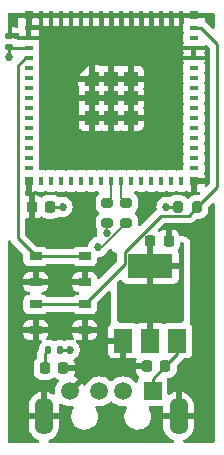
<source format=gbr>
%TF.GenerationSoftware,KiCad,Pcbnew,(6.0.7)*%
%TF.CreationDate,2023-02-07T19:22:30-08:00*%
%TF.ProjectId,ESP_Module,4553505f-4d6f-4647-956c-652e6b696361,rev?*%
%TF.SameCoordinates,Original*%
%TF.FileFunction,Copper,L1,Top*%
%TF.FilePolarity,Positive*%
%FSLAX46Y46*%
G04 Gerber Fmt 4.6, Leading zero omitted, Abs format (unit mm)*
G04 Created by KiCad (PCBNEW (6.0.7)) date 2023-02-07 19:22:30*
%MOMM*%
%LPD*%
G01*
G04 APERTURE LIST*
G04 Aperture macros list*
%AMRoundRect*
0 Rectangle with rounded corners*
0 $1 Rounding radius*
0 $2 $3 $4 $5 $6 $7 $8 $9 X,Y pos of 4 corners*
0 Add a 4 corners polygon primitive as box body*
4,1,4,$2,$3,$4,$5,$6,$7,$8,$9,$2,$3,0*
0 Add four circle primitives for the rounded corners*
1,1,$1+$1,$2,$3*
1,1,$1+$1,$4,$5*
1,1,$1+$1,$6,$7*
1,1,$1+$1,$8,$9*
0 Add four rect primitives between the rounded corners*
20,1,$1+$1,$2,$3,$4,$5,0*
20,1,$1+$1,$4,$5,$6,$7,0*
20,1,$1+$1,$6,$7,$8,$9,0*
20,1,$1+$1,$8,$9,$2,$3,0*%
%AMFreePoly0*
4,1,15,0.000002,0.605000,0.600000,0.605000,0.603536,0.603536,0.605000,0.600000,0.605000,-0.600000,0.603536,-0.603536,0.600000,-0.605000,-0.600000,-0.605000,-0.603536,-0.603536,-0.605000,-0.600000,-0.605001,0.000000,-0.603536,0.003536,-0.003536,0.603536,0.000000,0.605001,0.000002,0.605000,0.000002,0.605000,$1*%
G04 Aperture macros list end*
%TA.AperFunction,SMDPad,CuDef*%
%ADD10R,1.050000X0.650000*%
%TD*%
%TA.AperFunction,SMDPad,CuDef*%
%ADD11RoundRect,0.225000X-0.225000X-0.250000X0.225000X-0.250000X0.225000X0.250000X-0.225000X0.250000X0*%
%TD*%
%TA.AperFunction,SMDPad,CuDef*%
%ADD12RoundRect,0.135000X0.135000X0.185000X-0.135000X0.185000X-0.135000X-0.185000X0.135000X-0.185000X0*%
%TD*%
%TA.AperFunction,SMDPad,CuDef*%
%ADD13RoundRect,0.200000X-0.275000X0.200000X-0.275000X-0.200000X0.275000X-0.200000X0.275000X0.200000X0*%
%TD*%
%TA.AperFunction,SMDPad,CuDef*%
%ADD14RoundRect,0.225000X0.225000X0.250000X-0.225000X0.250000X-0.225000X-0.250000X0.225000X-0.250000X0*%
%TD*%
%TA.AperFunction,SMDPad,CuDef*%
%ADD15RoundRect,0.218750X0.218750X0.256250X-0.218750X0.256250X-0.218750X-0.256250X0.218750X-0.256250X0*%
%TD*%
%TA.AperFunction,SMDPad,CuDef*%
%ADD16R,0.800000X0.400000*%
%TD*%
%TA.AperFunction,SMDPad,CuDef*%
%ADD17R,0.400000X0.800000*%
%TD*%
%TA.AperFunction,SMDPad,CuDef*%
%ADD18R,1.200000X1.200000*%
%TD*%
%TA.AperFunction,SMDPad,CuDef*%
%ADD19FreePoly0,0.000000*%
%TD*%
%TA.AperFunction,SMDPad,CuDef*%
%ADD20R,0.800000X0.800000*%
%TD*%
%TA.AperFunction,SMDPad,CuDef*%
%ADD21RoundRect,0.140000X0.170000X-0.140000X0.170000X0.140000X-0.170000X0.140000X-0.170000X-0.140000X0*%
%TD*%
%TA.AperFunction,SMDPad,CuDef*%
%ADD22R,1.500000X2.000000*%
%TD*%
%TA.AperFunction,SMDPad,CuDef*%
%ADD23R,3.800000X2.000000*%
%TD*%
%TA.AperFunction,SMDPad,CuDef*%
%ADD24RoundRect,0.200000X-0.200000X-0.275000X0.200000X-0.275000X0.200000X0.275000X-0.200000X0.275000X0*%
%TD*%
%TA.AperFunction,ComponentPad*%
%ADD25R,1.508000X1.508000*%
%TD*%
%TA.AperFunction,ComponentPad*%
%ADD26C,1.508000*%
%TD*%
%TA.AperFunction,ComponentPad*%
%ADD27O,1.575000X3.150000*%
%TD*%
%TA.AperFunction,ViaPad*%
%ADD28C,0.685800*%
%TD*%
%TA.AperFunction,Conductor*%
%ADD29C,0.254000*%
%TD*%
%TA.AperFunction,Conductor*%
%ADD30C,0.508000*%
%TD*%
%TA.AperFunction,Conductor*%
%ADD31C,0.152400*%
%TD*%
G04 APERTURE END LIST*
D10*
%TO.P,SW1,1,A*%
%TO.N,MCU_EN*%
X150325000Y-93159000D03*
X154475000Y-93159000D03*
%TO.P,SW1,2,B*%
%TO.N,GND*%
X150325000Y-95309000D03*
X154475000Y-95309000D03*
%TD*%
%TO.P,SW2,1,A*%
%TO.N,MCU_BOOT*%
X150325000Y-89095000D03*
X154475000Y-89095000D03*
%TO.P,SW2,2,B*%
%TO.N,GND*%
X154475000Y-91245000D03*
X150325000Y-91245000D03*
%TD*%
D11*
%TO.P,C1,1*%
%TO.N,+3V3*%
X160025000Y-87800000D03*
%TO.P,C1,2*%
%TO.N,GND*%
X161575000Y-87800000D03*
%TD*%
D12*
%TO.P,R6,1*%
%TO.N,+3V3*%
X152402000Y-97028000D03*
%TO.P,R6,2*%
%TO.N,Net-(D1-Pad2)*%
X151382000Y-97028000D03*
%TD*%
D13*
%TO.P,R2,1*%
%TO.N,/MCU_D+*%
X158000000Y-84575000D03*
%TO.P,R2,2*%
%TO.N,USB_D+*%
X158000000Y-86225000D03*
%TD*%
%TO.P,R1,1*%
%TO.N,/MCU_D-*%
X156400000Y-84575000D03*
%TO.P,R1,2*%
%TO.N,USB_D-*%
X156400000Y-86225000D03*
%TD*%
D14*
%TO.P,C3,1*%
%TO.N,+5V*%
X161303000Y-98400000D03*
%TO.P,C3,2*%
%TO.N,GND*%
X159753000Y-98400000D03*
%TD*%
D15*
%TO.P,D1,1,K*%
%TO.N,GND*%
X152679500Y-98552000D03*
%TO.P,D1,2,A*%
%TO.N,Net-(D1-Pad2)*%
X151104500Y-98552000D03*
%TD*%
D16*
%TO.P,U2,1,GND*%
%TO.N,GND*%
X149718000Y-69742000D03*
%TO.P,U2,2,GND*%
X149718000Y-70592000D03*
%TO.P,U2,3,3V3*%
%TO.N,+3V3*%
X149718000Y-71442000D03*
%TO.P,U2,4,IO0*%
%TO.N,MCU_BOOT*%
X149718000Y-72292000D03*
%TO.P,U2,5,IO1*%
%TO.N,unconnected-(U2-Pad5)*%
X149718000Y-73142000D03*
%TO.P,U2,6,IO2*%
%TO.N,unconnected-(U2-Pad6)*%
X149718000Y-73992000D03*
%TO.P,U2,7,IO3*%
%TO.N,unconnected-(U2-Pad7)*%
X149718000Y-74842000D03*
%TO.P,U2,8,IO4*%
%TO.N,unconnected-(U2-Pad8)*%
X149718000Y-75692000D03*
%TO.P,U2,9,IO5*%
%TO.N,unconnected-(U2-Pad9)*%
X149718000Y-76542000D03*
%TO.P,U2,10,IO6*%
%TO.N,unconnected-(U2-Pad10)*%
X149718000Y-77392000D03*
%TO.P,U2,11,IO7*%
%TO.N,unconnected-(U2-Pad11)*%
X149718000Y-78242000D03*
%TO.P,U2,12,IO8*%
%TO.N,unconnected-(U2-Pad12)*%
X149718000Y-79092000D03*
%TO.P,U2,13,IO9*%
%TO.N,unconnected-(U2-Pad13)*%
X149718000Y-79942000D03*
%TO.P,U2,14,IO10*%
%TO.N,unconnected-(U2-Pad14)*%
X149718000Y-80792000D03*
%TO.P,U2,15,IO11*%
%TO.N,unconnected-(U2-Pad15)*%
X149718000Y-81642000D03*
D17*
%TO.P,U2,16,IO12*%
%TO.N,unconnected-(U2-Pad16)*%
X150768000Y-82692000D03*
%TO.P,U2,17,IO13*%
%TO.N,unconnected-(U2-Pad17)*%
X151618000Y-82692000D03*
%TO.P,U2,18,IO14*%
%TO.N,unconnected-(U2-Pad18)*%
X152468000Y-82692000D03*
%TO.P,U2,19,IO15*%
%TO.N,unconnected-(U2-Pad19)*%
X153318000Y-82692000D03*
%TO.P,U2,20,IO16*%
%TO.N,unconnected-(U2-Pad20)*%
X154168000Y-82692000D03*
%TO.P,U2,21,IO17*%
%TO.N,unconnected-(U2-Pad21)*%
X155018000Y-82692000D03*
%TO.P,U2,22,IO18*%
%TO.N,unconnected-(U2-Pad22)*%
X155868000Y-82692000D03*
%TO.P,U2,23,IO19*%
%TO.N,/MCU_D-*%
X156718000Y-82692000D03*
%TO.P,U2,24,IO20*%
%TO.N,/MCU_D+*%
X157568000Y-82692000D03*
%TO.P,U2,25,IO21*%
%TO.N,unconnected-(U2-Pad25)*%
X158418000Y-82692000D03*
%TO.P,U2,26,IO26*%
%TO.N,unconnected-(U2-Pad26)*%
X159268000Y-82692000D03*
%TO.P,U2,27,IO47*%
%TO.N,unconnected-(U2-Pad27)*%
X160118000Y-82692000D03*
%TO.P,U2,28,IO33*%
%TO.N,unconnected-(U2-Pad28)*%
X160968000Y-82692000D03*
%TO.P,U2,29,IO34*%
%TO.N,unconnected-(U2-Pad29)*%
X161818000Y-82692000D03*
%TO.P,U2,30,IO48*%
%TO.N,unconnected-(U2-Pad30)*%
X162668000Y-82692000D03*
D16*
%TO.P,U2,31,IO35*%
%TO.N,unconnected-(U2-Pad31)*%
X163718000Y-81642000D03*
%TO.P,U2,32,IO36*%
%TO.N,unconnected-(U2-Pad32)*%
X163718000Y-80792000D03*
%TO.P,U2,33,IO37*%
%TO.N,unconnected-(U2-Pad33)*%
X163718000Y-79942000D03*
%TO.P,U2,34,IO38*%
%TO.N,unconnected-(U2-Pad34)*%
X163718000Y-79092000D03*
%TO.P,U2,35,IO39*%
%TO.N,unconnected-(U2-Pad35)*%
X163718000Y-78242000D03*
%TO.P,U2,36,IO40*%
%TO.N,unconnected-(U2-Pad36)*%
X163718000Y-77392000D03*
%TO.P,U2,37,IO41*%
%TO.N,unconnected-(U2-Pad37)*%
X163718000Y-76542000D03*
%TO.P,U2,38,IO42*%
%TO.N,unconnected-(U2-Pad38)*%
X163718000Y-75692000D03*
%TO.P,U2,39,TXD0*%
%TO.N,unconnected-(U2-Pad39)*%
X163718000Y-74842000D03*
%TO.P,U2,40,RXD0*%
%TO.N,unconnected-(U2-Pad40)*%
X163718000Y-73992000D03*
%TO.P,U2,41,IO45*%
%TO.N,unconnected-(U2-Pad41)*%
X163718000Y-73142000D03*
%TO.P,U2,42,GND*%
%TO.N,GND*%
X163718000Y-72292000D03*
%TO.P,U2,43,GND*%
X163718000Y-71442000D03*
%TO.P,U2,44,IO46*%
%TO.N,unconnected-(U2-Pad44)*%
X163718000Y-70592000D03*
%TO.P,U2,45,EN*%
%TO.N,MCU_EN*%
X163718000Y-69742000D03*
D17*
%TO.P,U2,46,GND*%
%TO.N,GND*%
X162668000Y-68692000D03*
%TO.P,U2,47,GND*%
X161818000Y-68692000D03*
%TO.P,U2,48,GND*%
X160968000Y-68692000D03*
%TO.P,U2,49,GND*%
X160118000Y-68692000D03*
%TO.P,U2,50,GND*%
X159268000Y-68692000D03*
%TO.P,U2,51,GND*%
X158418000Y-68692000D03*
%TO.P,U2,52,GND*%
X157568000Y-68692000D03*
%TO.P,U2,53,GND*%
X156718000Y-68692000D03*
%TO.P,U2,54,GND*%
X155868000Y-68692000D03*
%TO.P,U2,55,GND*%
X155018000Y-68692000D03*
%TO.P,U2,56,GND*%
X154168000Y-68692000D03*
%TO.P,U2,57,GND*%
X153318000Y-68692000D03*
%TO.P,U2,58,GND*%
X152468000Y-68692000D03*
%TO.P,U2,59,GND*%
X151618000Y-68692000D03*
%TO.P,U2,60,GND*%
X150768000Y-68692000D03*
D18*
%TO.P,U2,61,GND*%
X156718000Y-75692000D03*
D19*
%TO.P,U2,61_1,GND*%
X155068000Y-74042000D03*
D18*
%TO.P,U2,61_2,GND*%
X156718000Y-74042000D03*
%TO.P,U2,61_3,GND*%
X158368000Y-74042000D03*
%TO.P,U2,61_4,GND*%
X158368000Y-75692000D03*
%TO.P,U2,61_5,GND*%
X158368000Y-77342000D03*
%TO.P,U2,61_6,GND*%
X156718000Y-77342000D03*
%TO.P,U2,61_7,GND*%
X155068000Y-77342000D03*
%TO.P,U2,61_8,GND*%
X155068000Y-75692000D03*
D20*
%TO.P,U2,62,GND*%
X149718000Y-68692000D03*
%TO.P,U2,63,GND*%
X149718000Y-82692000D03*
%TO.P,U2,64,GND*%
X163718000Y-82692000D03*
%TO.P,U2,65,GND*%
X163718000Y-68692000D03*
%TD*%
D21*
%TO.P,C2,1*%
%TO.N,+3V3*%
X148082000Y-71380000D03*
%TO.P,C2,2*%
%TO.N,GND*%
X148082000Y-70420000D03*
%TD*%
D22*
%TO.P,U1,1,GND*%
%TO.N,GND*%
X157720000Y-96222000D03*
D23*
%TO.P,U1,2,VO*%
%TO.N,+3V3*%
X160020000Y-89922000D03*
D22*
X160020000Y-96222000D03*
%TO.P,U1,3,VI*%
%TO.N,+5V*%
X162320000Y-96222000D03*
%TD*%
D24*
%TO.P,R3,1*%
%TO.N,+3V3*%
X162375000Y-84900000D03*
%TO.P,R3,2*%
%TO.N,MCU_EN*%
X164025000Y-84900000D03*
%TD*%
D25*
%TO.P,J1,1,VCC*%
%TO.N,+5V*%
X160218000Y-100516000D03*
D26*
%TO.P,J1,2,D-*%
%TO.N,USB_D-*%
X157718000Y-100516000D03*
%TO.P,J1,3,D+*%
%TO.N,USB_D+*%
X155718000Y-100516000D03*
%TO.P,J1,4,GND*%
%TO.N,GND*%
X153218000Y-100516000D03*
D27*
%TO.P,J1,S1,SHIELD*%
X162418000Y-102616000D03*
%TO.P,J1,S2,SHIELD*%
X151018000Y-102616000D03*
%TD*%
D14*
%TO.P,C4,1*%
%TO.N,+3V3*%
X151575000Y-84900000D03*
%TO.P,C4,2*%
%TO.N,GND*%
X150025000Y-84900000D03*
%TD*%
D28*
%TO.N,+3V3*%
X148100000Y-72200000D03*
X161300000Y-91800000D03*
X160000000Y-93100000D03*
X161300000Y-93100000D03*
X153200000Y-97000000D03*
X158600000Y-91800000D03*
X161400000Y-84900000D03*
X160000000Y-91800000D03*
X152600000Y-84900000D03*
X158600000Y-93100000D03*
%TO.N,GND*%
X164500000Y-97400000D03*
X156700000Y-80000000D03*
X154500000Y-86800000D03*
X159600000Y-84600000D03*
X152500000Y-86800000D03*
X149000000Y-97400000D03*
X149000000Y-99400000D03*
X160700000Y-80000000D03*
X154500000Y-84900000D03*
X156700000Y-71000000D03*
X158700000Y-80000000D03*
X164500000Y-99400000D03*
X160700000Y-71000000D03*
X164500000Y-91300000D03*
X152700000Y-80000000D03*
X152700000Y-71000000D03*
X158700000Y-71000000D03*
X154700000Y-80000000D03*
X164500000Y-89300000D03*
X164500000Y-93300000D03*
X164500000Y-95300000D03*
X150500000Y-86800000D03*
X154700000Y-71000000D03*
%TO.N,USB_D+*%
X155600000Y-88300000D03*
%TO.N,USB_D-*%
X156376702Y-87076702D03*
%TD*%
D29*
%TO.N,+3V3*%
X162375000Y-84900000D02*
X161400000Y-84900000D01*
X148144000Y-71442000D02*
X148082000Y-71380000D01*
X148082000Y-72182000D02*
X148100000Y-72200000D01*
X152402000Y-97028000D02*
X153172000Y-97028000D01*
X151575000Y-84900000D02*
X152600000Y-84900000D01*
X148082000Y-71380000D02*
X148082000Y-72182000D01*
X149718000Y-71442000D02*
X148144000Y-71442000D01*
X153172000Y-97028000D02*
X153200000Y-97000000D01*
D30*
%TO.N,GND*%
X155068000Y-75692000D02*
X155068000Y-74042000D01*
D29*
X154475000Y-91245000D02*
X150325000Y-91245000D01*
D30*
X155068000Y-74042000D02*
X156718000Y-74042000D01*
D29*
X150325000Y-95309000D02*
X154475000Y-95309000D01*
D30*
X155068000Y-74042000D02*
X153542000Y-74042000D01*
X155068000Y-74042000D02*
X155068000Y-72318000D01*
D29*
%TO.N,+5V*%
X160218000Y-100516000D02*
X160218000Y-99485000D01*
X162320000Y-97383000D02*
X161303000Y-98400000D01*
X160218000Y-99485000D02*
X161303000Y-98400000D01*
X162320000Y-96222000D02*
X162320000Y-97383000D01*
%TO.N,Net-(D1-Pad2)*%
X151104500Y-98552000D02*
X151104500Y-97305500D01*
X151104500Y-97305500D02*
X151382000Y-97028000D01*
D31*
%TO.N,USB_D+*%
X155600000Y-88300000D02*
X155925000Y-88300000D01*
X155925000Y-88300000D02*
X158000000Y-86225000D01*
%TO.N,USB_D-*%
X156400000Y-87053404D02*
X156400000Y-86225000D01*
X156376702Y-87076702D02*
X156400000Y-87053404D01*
%TO.N,/MCU_D-*%
X156718000Y-84257000D02*
X156400000Y-84575000D01*
X156718000Y-82692000D02*
X156718000Y-84257000D01*
%TO.N,/MCU_D+*%
X157568000Y-82692000D02*
X157568000Y-84143000D01*
X157568000Y-84143000D02*
X158000000Y-84575000D01*
D29*
%TO.N,MCU_EN*%
X150325000Y-93159000D02*
X154475000Y-93159000D01*
X164294500Y-69742000D02*
X165700000Y-71147500D01*
X157866000Y-89768000D02*
X157866000Y-88734000D01*
X154475000Y-93159000D02*
X157866000Y-89768000D01*
X160971000Y-85629000D02*
X163296000Y-85629000D01*
X165700000Y-71147500D02*
X165700000Y-83225000D01*
X163718000Y-69742000D02*
X164294500Y-69742000D01*
X157866000Y-88734000D02*
X160971000Y-85629000D01*
X165700000Y-83225000D02*
X164025000Y-84900000D01*
X163296000Y-85629000D02*
X164025000Y-84900000D01*
%TO.N,MCU_BOOT*%
X150325000Y-89095000D02*
X154475000Y-89095000D01*
X149718000Y-72292000D02*
X149460000Y-72292000D01*
X149460000Y-72292000D02*
X148800000Y-72952000D01*
X148800000Y-87570000D02*
X150325000Y-89095000D01*
X148800000Y-72952000D02*
X148800000Y-87570000D01*
%TD*%
%TA.AperFunction,Conductor*%
%TO.N,GND*%
G36*
X165399033Y-84528868D02*
G01*
X165455868Y-84571415D01*
X165480679Y-84637935D01*
X165481000Y-84646924D01*
X165481000Y-104735500D01*
X165460998Y-104803621D01*
X165407342Y-104850114D01*
X165355000Y-104861500D01*
X162925073Y-104861500D01*
X162856952Y-104841498D01*
X162810459Y-104787842D01*
X162800355Y-104717568D01*
X162829849Y-104652988D01*
X162871823Y-104621305D01*
X163063243Y-104532045D01*
X163072729Y-104526567D01*
X163249401Y-104402861D01*
X163257808Y-104395807D01*
X163410307Y-104243308D01*
X163417361Y-104234901D01*
X163541067Y-104058229D01*
X163546545Y-104048743D01*
X163637699Y-103853262D01*
X163641445Y-103842970D01*
X163697268Y-103634636D01*
X163699171Y-103623841D01*
X163713262Y-103462791D01*
X163713500Y-103457327D01*
X163713500Y-102888115D01*
X163709025Y-102872876D01*
X163707635Y-102871671D01*
X163699952Y-102870000D01*
X161140615Y-102870000D01*
X161125376Y-102874475D01*
X161124171Y-102875865D01*
X161122500Y-102883548D01*
X161122500Y-103457327D01*
X161122738Y-103462791D01*
X161136829Y-103623841D01*
X161138732Y-103634636D01*
X161194555Y-103842970D01*
X161198301Y-103853262D01*
X161289455Y-104048743D01*
X161294933Y-104058229D01*
X161418639Y-104234901D01*
X161425693Y-104243308D01*
X161578190Y-104395805D01*
X161586598Y-104402861D01*
X161763266Y-104526565D01*
X161772762Y-104532047D01*
X161964177Y-104621305D01*
X162017462Y-104668222D01*
X162036923Y-104736499D01*
X162016381Y-104804459D01*
X161962359Y-104850525D01*
X161910927Y-104861500D01*
X151525073Y-104861500D01*
X151456952Y-104841498D01*
X151410459Y-104787842D01*
X151400355Y-104717568D01*
X151429849Y-104652988D01*
X151471823Y-104621305D01*
X151663243Y-104532045D01*
X151672729Y-104526567D01*
X151849401Y-104402861D01*
X151857808Y-104395807D01*
X152010307Y-104243308D01*
X152017361Y-104234901D01*
X152141067Y-104058229D01*
X152146545Y-104048743D01*
X152237699Y-103853262D01*
X152241445Y-103842970D01*
X152297268Y-103634636D01*
X152299171Y-103623841D01*
X152313262Y-103462791D01*
X152313500Y-103457327D01*
X152313500Y-102888115D01*
X152309025Y-102872876D01*
X152307635Y-102871671D01*
X152299952Y-102870000D01*
X149740615Y-102870000D01*
X149725376Y-102874475D01*
X149724171Y-102875865D01*
X149722500Y-102883548D01*
X149722500Y-103457327D01*
X149722738Y-103462791D01*
X149736829Y-103623841D01*
X149738732Y-103634636D01*
X149794555Y-103842970D01*
X149798301Y-103853262D01*
X149889455Y-104048743D01*
X149894933Y-104058229D01*
X150018639Y-104234901D01*
X150025693Y-104243308D01*
X150178190Y-104395805D01*
X150186598Y-104402861D01*
X150363266Y-104526565D01*
X150372762Y-104532047D01*
X150564177Y-104621305D01*
X150617462Y-104668222D01*
X150636923Y-104736499D01*
X150616381Y-104804459D01*
X150562359Y-104850525D01*
X150510927Y-104861500D01*
X148081000Y-104861500D01*
X148012879Y-104841498D01*
X147966386Y-104787842D01*
X147955000Y-104735500D01*
X147955000Y-102343885D01*
X149722500Y-102343885D01*
X149726975Y-102359124D01*
X149728365Y-102360329D01*
X149736048Y-102362000D01*
X150745885Y-102362000D01*
X150761124Y-102357525D01*
X150762329Y-102356135D01*
X150764000Y-102348452D01*
X150764000Y-100573474D01*
X150760027Y-100559943D01*
X150751478Y-100558714D01*
X150578530Y-100605055D01*
X150568238Y-100608801D01*
X150372757Y-100699955D01*
X150363271Y-100705433D01*
X150186599Y-100829139D01*
X150178192Y-100836193D01*
X150025693Y-100988692D01*
X150018639Y-100997099D01*
X149894933Y-101173771D01*
X149889455Y-101183257D01*
X149798301Y-101378738D01*
X149794555Y-101389030D01*
X149738732Y-101597364D01*
X149736829Y-101608159D01*
X149722738Y-101769209D01*
X149722500Y-101774673D01*
X149722500Y-102343885D01*
X147955000Y-102343885D01*
X147955000Y-95678669D01*
X149292001Y-95678669D01*
X149292371Y-95685490D01*
X149297895Y-95736352D01*
X149301521Y-95751604D01*
X149346676Y-95872054D01*
X149355214Y-95887649D01*
X149431715Y-95989724D01*
X149444276Y-96002285D01*
X149546351Y-96078786D01*
X149561946Y-96087324D01*
X149682394Y-96132478D01*
X149697649Y-96136105D01*
X149748514Y-96141631D01*
X149755328Y-96142000D01*
X150052885Y-96142000D01*
X150068124Y-96137525D01*
X150069329Y-96136135D01*
X150071000Y-96128452D01*
X150071000Y-95581115D01*
X150066525Y-95565876D01*
X150065135Y-95564671D01*
X150057452Y-95563000D01*
X149310116Y-95563000D01*
X149294877Y-95567475D01*
X149293672Y-95568865D01*
X149292001Y-95576548D01*
X149292001Y-95678669D01*
X147955000Y-95678669D01*
X147955000Y-95036885D01*
X149292000Y-95036885D01*
X149296475Y-95052124D01*
X149297865Y-95053329D01*
X149305548Y-95055000D01*
X150052885Y-95055000D01*
X150068124Y-95050525D01*
X150069329Y-95049135D01*
X150071000Y-95041452D01*
X150071000Y-95036885D01*
X150579000Y-95036885D01*
X150583475Y-95052124D01*
X150584865Y-95053329D01*
X150592548Y-95055000D01*
X151339884Y-95055000D01*
X151355123Y-95050525D01*
X151356328Y-95049135D01*
X151357999Y-95041452D01*
X151357999Y-95036885D01*
X153442000Y-95036885D01*
X153446475Y-95052124D01*
X153447865Y-95053329D01*
X153455548Y-95055000D01*
X154202885Y-95055000D01*
X154218124Y-95050525D01*
X154219329Y-95049135D01*
X154221000Y-95041452D01*
X154221000Y-95036885D01*
X154729000Y-95036885D01*
X154733475Y-95052124D01*
X154734865Y-95053329D01*
X154742548Y-95055000D01*
X155489884Y-95055000D01*
X155505123Y-95050525D01*
X155506328Y-95049135D01*
X155507999Y-95041452D01*
X155507999Y-94939331D01*
X155507629Y-94932510D01*
X155502105Y-94881648D01*
X155498479Y-94866396D01*
X155453324Y-94745946D01*
X155444786Y-94730351D01*
X155368285Y-94628276D01*
X155355724Y-94615715D01*
X155253649Y-94539214D01*
X155238054Y-94530676D01*
X155117606Y-94485522D01*
X155102351Y-94481895D01*
X155051486Y-94476369D01*
X155044672Y-94476000D01*
X154747115Y-94476000D01*
X154731876Y-94480475D01*
X154730671Y-94481865D01*
X154729000Y-94489548D01*
X154729000Y-95036885D01*
X154221000Y-95036885D01*
X154221000Y-94494116D01*
X154216525Y-94478877D01*
X154215135Y-94477672D01*
X154207452Y-94476001D01*
X153905331Y-94476001D01*
X153898510Y-94476371D01*
X153847648Y-94481895D01*
X153832396Y-94485521D01*
X153711946Y-94530676D01*
X153696351Y-94539214D01*
X153594276Y-94615715D01*
X153581715Y-94628276D01*
X153505214Y-94730351D01*
X153496676Y-94745946D01*
X153451522Y-94866394D01*
X153447895Y-94881649D01*
X153442369Y-94932514D01*
X153442000Y-94939328D01*
X153442000Y-95036885D01*
X151357999Y-95036885D01*
X151357999Y-94939331D01*
X151357629Y-94932510D01*
X151352105Y-94881648D01*
X151348479Y-94866396D01*
X151303324Y-94745946D01*
X151294786Y-94730351D01*
X151218285Y-94628276D01*
X151205724Y-94615715D01*
X151103649Y-94539214D01*
X151088054Y-94530676D01*
X150967606Y-94485522D01*
X150952351Y-94481895D01*
X150901486Y-94476369D01*
X150894672Y-94476000D01*
X150597115Y-94476000D01*
X150581876Y-94480475D01*
X150580671Y-94481865D01*
X150579000Y-94489548D01*
X150579000Y-95036885D01*
X150071000Y-95036885D01*
X150071000Y-94494116D01*
X150066525Y-94478877D01*
X150065135Y-94477672D01*
X150057452Y-94476001D01*
X149755331Y-94476001D01*
X149748510Y-94476371D01*
X149697648Y-94481895D01*
X149682396Y-94485521D01*
X149561946Y-94530676D01*
X149546351Y-94539214D01*
X149444276Y-94615715D01*
X149431715Y-94628276D01*
X149355214Y-94730351D01*
X149346676Y-94745946D01*
X149301522Y-94866394D01*
X149297895Y-94881649D01*
X149292369Y-94932514D01*
X149292000Y-94939328D01*
X149292000Y-95036885D01*
X147955000Y-95036885D01*
X147955000Y-90972885D01*
X149292000Y-90972885D01*
X149296475Y-90988124D01*
X149297865Y-90989329D01*
X149305548Y-90991000D01*
X150052885Y-90991000D01*
X150068124Y-90986525D01*
X150069329Y-90985135D01*
X150071000Y-90977452D01*
X150071000Y-90972885D01*
X150579000Y-90972885D01*
X150583475Y-90988124D01*
X150584865Y-90989329D01*
X150592548Y-90991000D01*
X151339884Y-90991000D01*
X151355123Y-90986525D01*
X151356328Y-90985135D01*
X151357999Y-90977452D01*
X151357999Y-90972885D01*
X153442000Y-90972885D01*
X153446475Y-90988124D01*
X153447865Y-90989329D01*
X153455548Y-90991000D01*
X154202885Y-90991000D01*
X154218124Y-90986525D01*
X154219329Y-90985135D01*
X154221000Y-90977452D01*
X154221000Y-90430116D01*
X154216525Y-90414877D01*
X154215135Y-90413672D01*
X154207452Y-90412001D01*
X153905331Y-90412001D01*
X153898510Y-90412371D01*
X153847648Y-90417895D01*
X153832396Y-90421521D01*
X153711946Y-90466676D01*
X153696351Y-90475214D01*
X153594276Y-90551715D01*
X153581715Y-90564276D01*
X153505214Y-90666351D01*
X153496676Y-90681946D01*
X153451522Y-90802394D01*
X153447895Y-90817649D01*
X153442369Y-90868514D01*
X153442000Y-90875328D01*
X153442000Y-90972885D01*
X151357999Y-90972885D01*
X151357999Y-90875331D01*
X151357629Y-90868510D01*
X151352105Y-90817648D01*
X151348479Y-90802396D01*
X151303324Y-90681946D01*
X151294786Y-90666351D01*
X151218285Y-90564276D01*
X151205724Y-90551715D01*
X151103649Y-90475214D01*
X151088054Y-90466676D01*
X150967606Y-90421522D01*
X150952351Y-90417895D01*
X150901486Y-90412369D01*
X150894672Y-90412000D01*
X150597115Y-90412000D01*
X150581876Y-90416475D01*
X150580671Y-90417865D01*
X150579000Y-90425548D01*
X150579000Y-90972885D01*
X150071000Y-90972885D01*
X150071000Y-90430116D01*
X150066525Y-90414877D01*
X150065135Y-90413672D01*
X150057452Y-90412001D01*
X149755331Y-90412001D01*
X149748510Y-90412371D01*
X149697648Y-90417895D01*
X149682396Y-90421521D01*
X149561946Y-90466676D01*
X149546351Y-90475214D01*
X149444276Y-90551715D01*
X149431715Y-90564276D01*
X149355214Y-90666351D01*
X149346676Y-90681946D01*
X149301522Y-90802394D01*
X149297895Y-90817649D01*
X149292369Y-90868514D01*
X149292000Y-90875328D01*
X149292000Y-90972885D01*
X147955000Y-90972885D01*
X147955000Y-87824664D01*
X147975002Y-87756543D01*
X148028658Y-87710050D01*
X148098932Y-87699946D01*
X148163512Y-87729440D01*
X148201997Y-87789512D01*
X148209917Y-87816775D01*
X148209919Y-87816780D01*
X148212131Y-87824393D01*
X148216169Y-87831220D01*
X148216170Y-87831223D01*
X148222488Y-87841906D01*
X148231188Y-87859664D01*
X148235761Y-87871215D01*
X148235765Y-87871221D01*
X148238681Y-87878588D01*
X148243339Y-87884999D01*
X148243340Y-87885001D01*
X148264764Y-87914488D01*
X148271281Y-87924410D01*
X148289826Y-87955768D01*
X148289829Y-87955772D01*
X148293866Y-87962598D01*
X148308250Y-87976982D01*
X148321091Y-87992016D01*
X148333058Y-88008487D01*
X148354228Y-88026000D01*
X148367250Y-88036773D01*
X148376031Y-88044763D01*
X149254596Y-88923329D01*
X149288621Y-88985641D01*
X149291500Y-89012424D01*
X149291500Y-89468134D01*
X149298255Y-89530316D01*
X149349385Y-89666705D01*
X149436739Y-89783261D01*
X149553295Y-89870615D01*
X149689684Y-89921745D01*
X149751866Y-89928500D01*
X150898134Y-89928500D01*
X150960316Y-89921745D01*
X151096705Y-89870615D01*
X151213261Y-89783261D01*
X151218642Y-89776081D01*
X151224992Y-89769731D01*
X151227131Y-89771870D01*
X151271855Y-89738423D01*
X151315830Y-89730500D01*
X153484170Y-89730500D01*
X153552291Y-89750502D01*
X153574018Y-89770721D01*
X153575008Y-89769731D01*
X153581358Y-89776081D01*
X153586739Y-89783261D01*
X153703295Y-89870615D01*
X153839684Y-89921745D01*
X153901866Y-89928500D01*
X155048134Y-89928500D01*
X155110316Y-89921745D01*
X155246705Y-89870615D01*
X155363261Y-89783261D01*
X155450615Y-89666705D01*
X155501745Y-89530316D01*
X155508500Y-89468134D01*
X155508500Y-89277400D01*
X155528502Y-89209279D01*
X155582158Y-89162786D01*
X155634500Y-89151400D01*
X155689486Y-89151400D01*
X155695939Y-89150028D01*
X155695943Y-89150028D01*
X155777016Y-89132795D01*
X155864546Y-89114190D01*
X155870577Y-89111505D01*
X156022015Y-89044081D01*
X156022017Y-89044080D01*
X156028045Y-89041396D01*
X156033387Y-89037515D01*
X156167492Y-88940082D01*
X156167494Y-88940080D01*
X156172836Y-88936199D01*
X156292591Y-88803197D01*
X156295890Y-88797484D01*
X156295893Y-88797479D01*
X156339243Y-88722394D01*
X156348398Y-88708692D01*
X156356301Y-88698392D01*
X156360521Y-88692892D01*
X156371388Y-88680502D01*
X156574129Y-88477761D01*
X156636441Y-88443735D01*
X156707256Y-88448800D01*
X156764092Y-88491347D01*
X156771860Y-88503026D01*
X156826343Y-88595754D01*
X156932886Y-88695806D01*
X156936572Y-88698389D01*
X156936576Y-88698392D01*
X156951276Y-88708692D01*
X156991030Y-88736547D01*
X157121456Y-88802533D01*
X157130320Y-88804171D01*
X157138856Y-88807053D01*
X157138172Y-88809080D01*
X157190754Y-88835684D01*
X157226719Y-88896897D01*
X157230500Y-88927533D01*
X157230500Y-89452577D01*
X157210498Y-89520698D01*
X157193595Y-89541672D01*
X155723094Y-91012173D01*
X155660782Y-91046199D01*
X155589967Y-91041134D01*
X155533131Y-90998587D01*
X155508320Y-90932067D01*
X155507999Y-90923078D01*
X155507999Y-90875331D01*
X155507629Y-90868510D01*
X155502105Y-90817648D01*
X155498479Y-90802396D01*
X155453324Y-90681946D01*
X155444786Y-90666351D01*
X155368285Y-90564276D01*
X155355724Y-90551715D01*
X155253649Y-90475214D01*
X155238054Y-90466676D01*
X155117606Y-90421522D01*
X155102351Y-90417895D01*
X155051486Y-90412369D01*
X155044672Y-90412000D01*
X154747115Y-90412000D01*
X154731876Y-90416475D01*
X154730671Y-90417865D01*
X154729000Y-90425548D01*
X154729000Y-91373000D01*
X154708998Y-91441121D01*
X154655342Y-91487614D01*
X154603000Y-91499000D01*
X153460116Y-91499000D01*
X153444877Y-91503475D01*
X153443672Y-91504865D01*
X153442001Y-91512548D01*
X153442001Y-91614669D01*
X153442371Y-91621490D01*
X153447895Y-91672352D01*
X153451521Y-91687604D01*
X153496676Y-91808054D01*
X153505214Y-91823649D01*
X153581715Y-91925724D01*
X153594276Y-91938285D01*
X153696351Y-92014786D01*
X153711946Y-92023324D01*
X153832394Y-92068478D01*
X153847648Y-92072105D01*
X153887962Y-92076485D01*
X153953524Y-92103727D01*
X153993949Y-92162091D01*
X153996404Y-92233045D01*
X153960109Y-92294063D01*
X153896586Y-92325771D01*
X153887966Y-92327010D01*
X153874172Y-92328508D01*
X153847541Y-92331401D01*
X153847537Y-92331402D01*
X153839684Y-92332255D01*
X153703295Y-92383385D01*
X153586739Y-92470739D01*
X153581358Y-92477919D01*
X153575008Y-92484269D01*
X153572869Y-92482130D01*
X153528145Y-92515577D01*
X153484170Y-92523500D01*
X151315830Y-92523500D01*
X151247709Y-92503498D01*
X151225982Y-92483279D01*
X151224992Y-92484269D01*
X151218642Y-92477919D01*
X151213261Y-92470739D01*
X151096705Y-92383385D01*
X150960316Y-92332255D01*
X150912034Y-92327010D01*
X150846472Y-92299768D01*
X150806046Y-92241405D01*
X150803591Y-92170451D01*
X150839886Y-92109433D01*
X150903408Y-92077724D01*
X150912036Y-92076484D01*
X150952353Y-92072105D01*
X150967604Y-92068479D01*
X151088054Y-92023324D01*
X151103649Y-92014786D01*
X151205724Y-91938285D01*
X151218285Y-91925724D01*
X151294786Y-91823649D01*
X151303324Y-91808054D01*
X151348478Y-91687606D01*
X151352105Y-91672351D01*
X151357631Y-91621486D01*
X151358000Y-91614672D01*
X151358000Y-91517115D01*
X151353525Y-91501876D01*
X151352135Y-91500671D01*
X151344452Y-91499000D01*
X149310116Y-91499000D01*
X149294877Y-91503475D01*
X149293672Y-91504865D01*
X149292001Y-91512548D01*
X149292001Y-91614669D01*
X149292371Y-91621490D01*
X149297895Y-91672352D01*
X149301521Y-91687604D01*
X149346676Y-91808054D01*
X149355214Y-91823649D01*
X149431715Y-91925724D01*
X149444276Y-91938285D01*
X149546351Y-92014786D01*
X149561946Y-92023324D01*
X149682394Y-92068478D01*
X149697648Y-92072105D01*
X149737962Y-92076485D01*
X149803524Y-92103727D01*
X149843949Y-92162091D01*
X149846404Y-92233045D01*
X149810109Y-92294063D01*
X149746586Y-92325771D01*
X149737966Y-92327010D01*
X149724172Y-92328508D01*
X149697541Y-92331401D01*
X149697537Y-92331402D01*
X149689684Y-92332255D01*
X149553295Y-92383385D01*
X149436739Y-92470739D01*
X149349385Y-92587295D01*
X149298255Y-92723684D01*
X149291500Y-92785866D01*
X149291500Y-93532134D01*
X149298255Y-93594316D01*
X149349385Y-93730705D01*
X149436739Y-93847261D01*
X149553295Y-93934615D01*
X149689684Y-93985745D01*
X149751866Y-93992500D01*
X150898134Y-93992500D01*
X150960316Y-93985745D01*
X151096705Y-93934615D01*
X151213261Y-93847261D01*
X151218642Y-93840081D01*
X151224992Y-93833731D01*
X151227131Y-93835870D01*
X151271855Y-93802423D01*
X151315830Y-93794500D01*
X153484170Y-93794500D01*
X153552291Y-93814502D01*
X153574018Y-93834721D01*
X153575008Y-93833731D01*
X153581358Y-93840081D01*
X153586739Y-93847261D01*
X153703295Y-93934615D01*
X153839684Y-93985745D01*
X153901866Y-93992500D01*
X155048134Y-93992500D01*
X155110316Y-93985745D01*
X155246705Y-93934615D01*
X155363261Y-93847261D01*
X155450615Y-93730705D01*
X155501745Y-93594316D01*
X155508500Y-93532134D01*
X155508500Y-93076422D01*
X155528502Y-93008301D01*
X155545405Y-92987327D01*
X156471405Y-92061327D01*
X156533717Y-92027301D01*
X156604532Y-92032366D01*
X156661368Y-92074913D01*
X156686179Y-92141433D01*
X156686500Y-92150422D01*
X156686500Y-94447810D01*
X156686592Y-94449522D01*
X156688737Y-94489548D01*
X156689441Y-94502692D01*
X156692320Y-94529475D01*
X156692588Y-94531132D01*
X156692590Y-94531143D01*
X156700125Y-94577640D01*
X156700126Y-94577645D01*
X156701116Y-94583752D01*
X156703278Y-94589549D01*
X156703279Y-94589552D01*
X156727895Y-94655547D01*
X156732961Y-94726363D01*
X156698936Y-94788676D01*
X156685405Y-94800407D01*
X156614276Y-94853715D01*
X156601715Y-94866276D01*
X156525214Y-94968351D01*
X156516676Y-94983946D01*
X156471522Y-95104394D01*
X156467895Y-95119649D01*
X156462369Y-95170514D01*
X156462000Y-95177328D01*
X156462000Y-95949885D01*
X156466475Y-95965124D01*
X156467865Y-95966329D01*
X156475548Y-95968000D01*
X157848000Y-95968000D01*
X157916121Y-95988002D01*
X157962614Y-96041658D01*
X157974000Y-96094000D01*
X157974000Y-97711884D01*
X157978475Y-97727123D01*
X157979865Y-97728328D01*
X157987548Y-97729999D01*
X158514669Y-97729999D01*
X158521490Y-97729629D01*
X158572352Y-97724105D01*
X158587606Y-97720478D01*
X158695540Y-97680016D01*
X158766347Y-97674833D01*
X158828716Y-97708754D01*
X158862845Y-97771009D01*
X158858180Y-97837789D01*
X158859154Y-97838112D01*
X158807509Y-97993814D01*
X158804642Y-98007190D01*
X158795328Y-98098097D01*
X158795000Y-98104514D01*
X158795000Y-98127885D01*
X158799475Y-98143124D01*
X158800865Y-98144329D01*
X158808548Y-98146000D01*
X159881000Y-98146000D01*
X159949121Y-98166002D01*
X159995614Y-98219658D01*
X160007000Y-98272000D01*
X160007000Y-98528000D01*
X159986998Y-98596121D01*
X159933342Y-98642614D01*
X159881000Y-98654000D01*
X158813115Y-98654000D01*
X158797876Y-98658475D01*
X158796671Y-98659865D01*
X158795000Y-98667548D01*
X158795000Y-98695438D01*
X158795337Y-98701953D01*
X158804894Y-98794057D01*
X158807788Y-98807456D01*
X158857381Y-98956107D01*
X158863555Y-98969286D01*
X158945788Y-99102173D01*
X158954824Y-99113574D01*
X159065426Y-99223983D01*
X159073475Y-99230340D01*
X159114536Y-99288258D01*
X159117767Y-99359181D01*
X159096207Y-99404786D01*
X159013385Y-99515295D01*
X158962255Y-99651684D01*
X158957061Y-99699499D01*
X158929820Y-99765061D01*
X158871457Y-99805488D01*
X158800503Y-99807944D01*
X158739485Y-99771649D01*
X158728585Y-99758162D01*
X158699961Y-99717283D01*
X158688826Y-99701380D01*
X158532620Y-99545174D01*
X158528112Y-99542017D01*
X158528109Y-99542015D01*
X158356171Y-99421623D01*
X158356168Y-99421621D01*
X158351662Y-99418466D01*
X158346680Y-99416143D01*
X158346675Y-99416140D01*
X158156432Y-99327429D01*
X158156431Y-99327429D01*
X158151450Y-99325106D01*
X158146142Y-99323684D01*
X158146140Y-99323683D01*
X158080748Y-99306161D01*
X157938068Y-99267930D01*
X157718000Y-99248677D01*
X157497932Y-99267930D01*
X157355252Y-99306161D01*
X157289860Y-99323683D01*
X157289858Y-99323684D01*
X157284550Y-99325106D01*
X157279569Y-99327428D01*
X157279568Y-99327429D01*
X157089320Y-99416143D01*
X157089317Y-99416145D01*
X157084339Y-99418466D01*
X156903380Y-99545174D01*
X156807095Y-99641459D01*
X156744783Y-99675485D01*
X156673968Y-99670420D01*
X156628905Y-99641459D01*
X156532620Y-99545174D01*
X156528112Y-99542017D01*
X156528109Y-99542015D01*
X156356171Y-99421623D01*
X156356168Y-99421621D01*
X156351662Y-99418466D01*
X156346680Y-99416143D01*
X156346675Y-99416140D01*
X156156432Y-99327429D01*
X156156431Y-99327429D01*
X156151450Y-99325106D01*
X156146142Y-99323684D01*
X156146140Y-99323683D01*
X156080748Y-99306161D01*
X155938068Y-99267930D01*
X155718000Y-99248677D01*
X155497932Y-99267930D01*
X155355252Y-99306161D01*
X155289860Y-99323683D01*
X155289858Y-99323684D01*
X155284550Y-99325106D01*
X155279569Y-99327428D01*
X155279568Y-99327429D01*
X155089320Y-99416143D01*
X155089317Y-99416145D01*
X155084339Y-99418466D01*
X154903380Y-99545174D01*
X154747174Y-99701380D01*
X154620466Y-99882339D01*
X154618145Y-99887317D01*
X154618143Y-99887320D01*
X154581919Y-99965003D01*
X154535002Y-100018288D01*
X154466724Y-100037749D01*
X154398764Y-100017207D01*
X154353529Y-99965003D01*
X154317424Y-99887575D01*
X154311945Y-99878085D01*
X154282461Y-99835978D01*
X154271985Y-99827604D01*
X154258537Y-99834673D01*
X153307095Y-100786115D01*
X153244783Y-100820141D01*
X153173968Y-100815076D01*
X153128905Y-100786115D01*
X152947885Y-100605095D01*
X152913859Y-100542783D01*
X152918924Y-100471968D01*
X152947885Y-100426905D01*
X153900049Y-99474741D01*
X153906479Y-99462966D01*
X153897183Y-99450951D01*
X153855919Y-99422058D01*
X153846424Y-99416575D01*
X153656260Y-99327901D01*
X153645968Y-99324155D01*
X153627475Y-99319200D01*
X153566852Y-99282248D01*
X153535831Y-99218388D01*
X153544259Y-99147893D01*
X153552827Y-99131376D01*
X153557552Y-99123711D01*
X153563697Y-99110532D01*
X153612579Y-98963157D01*
X153615445Y-98949790D01*
X153624672Y-98859730D01*
X153625000Y-98853315D01*
X153625000Y-98824115D01*
X153620525Y-98808876D01*
X153619135Y-98807671D01*
X153611452Y-98806000D01*
X152551500Y-98806000D01*
X152483379Y-98785998D01*
X152436886Y-98732342D01*
X152425500Y-98680000D01*
X152425500Y-98424000D01*
X152445502Y-98355879D01*
X152499158Y-98309386D01*
X152551500Y-98298000D01*
X153606885Y-98298000D01*
X153622124Y-98293525D01*
X153623329Y-98292135D01*
X153625000Y-98284452D01*
X153625000Y-98250734D01*
X153624663Y-98244218D01*
X153615196Y-98152979D01*
X153612303Y-98139583D01*
X153563170Y-97992313D01*
X153556996Y-97979134D01*
X153532942Y-97940263D01*
X153514104Y-97871811D01*
X153535265Y-97804041D01*
X153588836Y-97758854D01*
X153622010Y-97744084D01*
X153622018Y-97744079D01*
X153628045Y-97741396D01*
X153637837Y-97734282D01*
X153767492Y-97640082D01*
X153767494Y-97640080D01*
X153772836Y-97636199D01*
X153818701Y-97585261D01*
X153888172Y-97508105D01*
X153888173Y-97508104D01*
X153892591Y-97503197D01*
X153982077Y-97348203D01*
X154008569Y-97266669D01*
X156462001Y-97266669D01*
X156462371Y-97273490D01*
X156467895Y-97324352D01*
X156471521Y-97339604D01*
X156516676Y-97460054D01*
X156525214Y-97475649D01*
X156601715Y-97577724D01*
X156614276Y-97590285D01*
X156716351Y-97666786D01*
X156731946Y-97675324D01*
X156852394Y-97720478D01*
X156867649Y-97724105D01*
X156918514Y-97729631D01*
X156925328Y-97730000D01*
X157447885Y-97730000D01*
X157463124Y-97725525D01*
X157464329Y-97724135D01*
X157466000Y-97716452D01*
X157466000Y-96494115D01*
X157461525Y-96478876D01*
X157460135Y-96477671D01*
X157452452Y-96476000D01*
X156480116Y-96476000D01*
X156464877Y-96480475D01*
X156463672Y-96481865D01*
X156462001Y-96489548D01*
X156462001Y-97266669D01*
X154008569Y-97266669D01*
X154015426Y-97245565D01*
X154035342Y-97184270D01*
X154035342Y-97184269D01*
X154037382Y-97177991D01*
X154043528Y-97119522D01*
X154055400Y-97006565D01*
X154056090Y-97000000D01*
X154037382Y-96822009D01*
X154023889Y-96780480D01*
X153984119Y-96658082D01*
X153982077Y-96651797D01*
X153892591Y-96496803D01*
X153852503Y-96452280D01*
X153777256Y-96368710D01*
X153772836Y-96363801D01*
X153767496Y-96359921D01*
X153763720Y-96356521D01*
X153726483Y-96296073D01*
X153727837Y-96225090D01*
X153767353Y-96166107D01*
X153832485Y-96137851D01*
X153861643Y-96137625D01*
X153898517Y-96141631D01*
X153905328Y-96142000D01*
X154202885Y-96142000D01*
X154218124Y-96137525D01*
X154219329Y-96136135D01*
X154221000Y-96128452D01*
X154221000Y-96123884D01*
X154729000Y-96123884D01*
X154733475Y-96139123D01*
X154734865Y-96140328D01*
X154742548Y-96141999D01*
X155044669Y-96141999D01*
X155051490Y-96141629D01*
X155102352Y-96136105D01*
X155117604Y-96132479D01*
X155238054Y-96087324D01*
X155253649Y-96078786D01*
X155355724Y-96002285D01*
X155368285Y-95989724D01*
X155444786Y-95887649D01*
X155453324Y-95872054D01*
X155498478Y-95751606D01*
X155502105Y-95736351D01*
X155507631Y-95685486D01*
X155508000Y-95678672D01*
X155508000Y-95581115D01*
X155503525Y-95565876D01*
X155502135Y-95564671D01*
X155494452Y-95563000D01*
X154747115Y-95563000D01*
X154731876Y-95567475D01*
X154730671Y-95568865D01*
X154729000Y-95576548D01*
X154729000Y-96123884D01*
X154221000Y-96123884D01*
X154221000Y-95581115D01*
X154216525Y-95565876D01*
X154215135Y-95564671D01*
X154207452Y-95563000D01*
X153460116Y-95563000D01*
X153444877Y-95567475D01*
X153443672Y-95568865D01*
X153442001Y-95576548D01*
X153442001Y-95678669D01*
X153442371Y-95685490D01*
X153447895Y-95736352D01*
X153451521Y-95751604D01*
X153496676Y-95872054D01*
X153505214Y-95887648D01*
X153577418Y-95983990D01*
X153602266Y-96050496D01*
X153587213Y-96119879D01*
X153537039Y-96170109D01*
X153467673Y-96185239D01*
X153450395Y-96182802D01*
X153295943Y-96149972D01*
X153295939Y-96149972D01*
X153289486Y-96148600D01*
X153110514Y-96148600D01*
X153104061Y-96149972D01*
X153104057Y-96149972D01*
X153028150Y-96166107D01*
X152935454Y-96185810D01*
X152929424Y-96188495D01*
X152929423Y-96188495D01*
X152837796Y-96229290D01*
X152767429Y-96238724D01*
X152751399Y-96235181D01*
X152638466Y-96202371D01*
X152632059Y-96201867D01*
X152632055Y-96201866D01*
X152604444Y-96199693D01*
X152604438Y-96199693D01*
X152601989Y-96199500D01*
X152402122Y-96199500D01*
X152202012Y-96199501D01*
X152165534Y-96202371D01*
X152087335Y-96225090D01*
X152017017Y-96245519D01*
X152017015Y-96245520D01*
X152009404Y-96247731D01*
X152002579Y-96251767D01*
X152002575Y-96251769D01*
X151956139Y-96279231D01*
X151887323Y-96296691D01*
X151827861Y-96279231D01*
X151781425Y-96251769D01*
X151781421Y-96251767D01*
X151774596Y-96247731D01*
X151766985Y-96245520D01*
X151766983Y-96245519D01*
X151624644Y-96204166D01*
X151624645Y-96204166D01*
X151618466Y-96202371D01*
X151612059Y-96201867D01*
X151612055Y-96201866D01*
X151584444Y-96199693D01*
X151584438Y-96199693D01*
X151581989Y-96199500D01*
X151574573Y-96199500D01*
X151312697Y-96199501D01*
X151244578Y-96179499D01*
X151198085Y-96125844D01*
X151187980Y-96055570D01*
X151214295Y-95997947D01*
X151212904Y-95996904D01*
X151294786Y-95887649D01*
X151303324Y-95872054D01*
X151348478Y-95751606D01*
X151352105Y-95736351D01*
X151357631Y-95685486D01*
X151358000Y-95678672D01*
X151358000Y-95581115D01*
X151353525Y-95565876D01*
X151352135Y-95564671D01*
X151344452Y-95563000D01*
X150597115Y-95563000D01*
X150581876Y-95567475D01*
X150580671Y-95568865D01*
X150579000Y-95576548D01*
X150579000Y-96123884D01*
X150583475Y-96139123D01*
X150584865Y-96140328D01*
X150592548Y-96141999D01*
X150733764Y-96141999D01*
X150801885Y-96162001D01*
X150848378Y-96215657D01*
X150858482Y-96285931D01*
X150828988Y-96350511D01*
X150822859Y-96357094D01*
X150734494Y-96445459D01*
X150651731Y-96585404D01*
X150606371Y-96741534D01*
X150603500Y-96778011D01*
X150603500Y-96866046D01*
X150583539Y-96927483D01*
X150586284Y-96928992D01*
X150576478Y-96946829D01*
X150565627Y-96963347D01*
X150553150Y-96979433D01*
X150535524Y-97020166D01*
X150530307Y-97030814D01*
X150508931Y-97069697D01*
X150506960Y-97077372D01*
X150506958Y-97077378D01*
X150503869Y-97089411D01*
X150497466Y-97108113D01*
X150489383Y-97126792D01*
X150488144Y-97134617D01*
X150482440Y-97170627D01*
X150480035Y-97182240D01*
X150469000Y-97225218D01*
X150469000Y-97245565D01*
X150467449Y-97265276D01*
X150464265Y-97285379D01*
X150465011Y-97293271D01*
X150468441Y-97329556D01*
X150469000Y-97341414D01*
X150469000Y-97631938D01*
X150448998Y-97700059D01*
X150430023Y-97721009D01*
X150430945Y-97721929D01*
X150311136Y-97841947D01*
X150222151Y-97986308D01*
X150168762Y-98147269D01*
X150158500Y-98247428D01*
X150158500Y-98856572D01*
X150169022Y-98957982D01*
X150222692Y-99118849D01*
X150311929Y-99263055D01*
X150431947Y-99382864D01*
X150576308Y-99471849D01*
X150583256Y-99474154D01*
X150583257Y-99474154D01*
X150730738Y-99523072D01*
X150730740Y-99523072D01*
X150737269Y-99525238D01*
X150837428Y-99535500D01*
X151371572Y-99535500D01*
X151374818Y-99535163D01*
X151374822Y-99535163D01*
X151408603Y-99531658D01*
X151472982Y-99524978D01*
X151633849Y-99471308D01*
X151778055Y-99382071D01*
X151803241Y-99356841D01*
X151865523Y-99322762D01*
X151936343Y-99327765D01*
X151981432Y-99356686D01*
X152002080Y-99377298D01*
X152013491Y-99386310D01*
X152145291Y-99467553D01*
X152158467Y-99473696D01*
X152202759Y-99488388D01*
X152261119Y-99528819D01*
X152288355Y-99594384D01*
X152275821Y-99664265D01*
X152254801Y-99693446D01*
X152254985Y-99693600D01*
X152252900Y-99696085D01*
X152252186Y-99697076D01*
X152251454Y-99697808D01*
X152244400Y-99706215D01*
X152124056Y-99878085D01*
X152118578Y-99887571D01*
X152029901Y-100077740D01*
X152026155Y-100088032D01*
X151971849Y-100290704D01*
X151969946Y-100301499D01*
X151951658Y-100510525D01*
X151951658Y-100521486D01*
X151963454Y-100656309D01*
X151949466Y-100725914D01*
X151900067Y-100776906D01*
X151830941Y-100793097D01*
X151765664Y-100770505D01*
X151672731Y-100705434D01*
X151663238Y-100699952D01*
X151467762Y-100608801D01*
X151457470Y-100605055D01*
X151289497Y-100560047D01*
X151275401Y-100560383D01*
X151272000Y-100568325D01*
X151272000Y-102343885D01*
X151276475Y-102359124D01*
X151277865Y-102360329D01*
X151285548Y-102362000D01*
X152295385Y-102362000D01*
X152310624Y-102357525D01*
X152311829Y-102356135D01*
X152313500Y-102348452D01*
X152313500Y-101774673D01*
X152313261Y-101769187D01*
X152304557Y-101669708D01*
X152318545Y-101600103D01*
X152367944Y-101549111D01*
X152437070Y-101532920D01*
X152502348Y-101555513D01*
X152580081Y-101609942D01*
X152589576Y-101615425D01*
X152779740Y-101704099D01*
X152790032Y-101707845D01*
X152992704Y-101762151D01*
X153003499Y-101764054D01*
X153212525Y-101782342D01*
X153223475Y-101782342D01*
X153421792Y-101764991D01*
X153491397Y-101778980D01*
X153542389Y-101828379D01*
X153558580Y-101897505D01*
X153538903Y-101953565D01*
X153541002Y-101954779D01*
X153432693Y-102141999D01*
X153361740Y-102346323D01*
X153330703Y-102560377D01*
X153340704Y-102776438D01*
X153342108Y-102782263D01*
X153342108Y-102782264D01*
X153363253Y-102870000D01*
X153391380Y-102986710D01*
X153480903Y-103183606D01*
X153606043Y-103360021D01*
X153762285Y-103509590D01*
X153767320Y-103512841D01*
X153938954Y-103623664D01*
X153938957Y-103623665D01*
X153943991Y-103626916D01*
X154144604Y-103707766D01*
X154150485Y-103708914D01*
X154150490Y-103708916D01*
X154352441Y-103748354D01*
X154352444Y-103748354D01*
X154356887Y-103749222D01*
X154362571Y-103749500D01*
X154522041Y-103749500D01*
X154683315Y-103734113D01*
X154890860Y-103673226D01*
X154965787Y-103634636D01*
X155077817Y-103576937D01*
X155077820Y-103576935D01*
X155083148Y-103574191D01*
X155170666Y-103505445D01*
X155248522Y-103444289D01*
X155248527Y-103444285D01*
X155253239Y-103440583D01*
X155257171Y-103436052D01*
X155391067Y-103281752D01*
X155391071Y-103281747D01*
X155394998Y-103277221D01*
X155503307Y-103090001D01*
X155574260Y-102885677D01*
X155576533Y-102870000D01*
X155604436Y-102677563D01*
X155604436Y-102677560D01*
X155605297Y-102671623D01*
X155595296Y-102455562D01*
X155544620Y-102245290D01*
X155455097Y-102048394D01*
X155394822Y-101963422D01*
X155371724Y-101896288D01*
X155388588Y-101827323D01*
X155440060Y-101778424D01*
X155508573Y-101765001D01*
X155712525Y-101782844D01*
X155718000Y-101783323D01*
X155938068Y-101764070D01*
X156100243Y-101720615D01*
X156146140Y-101708317D01*
X156146142Y-101708316D01*
X156151450Y-101706894D01*
X156157444Y-101704099D01*
X156346675Y-101615860D01*
X156346680Y-101615857D01*
X156351662Y-101613534D01*
X156356792Y-101609942D01*
X156528109Y-101489985D01*
X156528112Y-101489983D01*
X156532620Y-101486826D01*
X156628905Y-101390541D01*
X156691217Y-101356515D01*
X156762032Y-101361580D01*
X156807095Y-101390541D01*
X156903380Y-101486826D01*
X156907888Y-101489983D01*
X156907891Y-101489985D01*
X157079208Y-101609942D01*
X157084338Y-101613534D01*
X157089320Y-101615857D01*
X157089325Y-101615860D01*
X157278556Y-101704099D01*
X157284550Y-101706894D01*
X157289858Y-101708316D01*
X157289860Y-101708317D01*
X157335757Y-101720615D01*
X157497932Y-101764070D01*
X157718000Y-101783323D01*
X157921411Y-101765527D01*
X157991014Y-101779516D01*
X158042007Y-101828916D01*
X158058197Y-101898042D01*
X158038759Y-101953481D01*
X158041002Y-101954779D01*
X157932693Y-102141999D01*
X157861740Y-102346323D01*
X157830703Y-102560377D01*
X157840704Y-102776438D01*
X157842108Y-102782263D01*
X157842108Y-102782264D01*
X157863253Y-102870000D01*
X157891380Y-102986710D01*
X157980903Y-103183606D01*
X158106043Y-103360021D01*
X158262285Y-103509590D01*
X158267320Y-103512841D01*
X158438954Y-103623664D01*
X158438957Y-103623665D01*
X158443991Y-103626916D01*
X158644604Y-103707766D01*
X158650485Y-103708914D01*
X158650490Y-103708916D01*
X158852441Y-103748354D01*
X158852444Y-103748354D01*
X158856887Y-103749222D01*
X158862571Y-103749500D01*
X159022041Y-103749500D01*
X159183315Y-103734113D01*
X159390860Y-103673226D01*
X159465787Y-103634636D01*
X159577817Y-103576937D01*
X159577820Y-103576935D01*
X159583148Y-103574191D01*
X159670666Y-103505445D01*
X159748522Y-103444289D01*
X159748527Y-103444285D01*
X159753239Y-103440583D01*
X159757171Y-103436052D01*
X159891067Y-103281752D01*
X159891071Y-103281747D01*
X159894998Y-103277221D01*
X160003307Y-103090001D01*
X160074260Y-102885677D01*
X160076533Y-102870000D01*
X160104436Y-102677563D01*
X160104436Y-102677560D01*
X160105297Y-102671623D01*
X160095296Y-102455562D01*
X160044620Y-102245290D01*
X159955097Y-102048394D01*
X159904737Y-101977399D01*
X159881639Y-101910266D01*
X159898503Y-101841301D01*
X159949975Y-101792402D01*
X160007507Y-101778500D01*
X160996500Y-101778500D01*
X161064621Y-101798502D01*
X161111114Y-101852158D01*
X161122500Y-101904500D01*
X161122500Y-102343885D01*
X161126975Y-102359124D01*
X161128365Y-102360329D01*
X161136048Y-102362000D01*
X162145885Y-102362000D01*
X162161124Y-102357525D01*
X162162329Y-102356135D01*
X162164000Y-102348452D01*
X162164000Y-102343885D01*
X162672000Y-102343885D01*
X162676475Y-102359124D01*
X162677865Y-102360329D01*
X162685548Y-102362000D01*
X163695385Y-102362000D01*
X163710624Y-102357525D01*
X163711829Y-102356135D01*
X163713500Y-102348452D01*
X163713500Y-101774673D01*
X163713262Y-101769209D01*
X163699171Y-101608159D01*
X163697268Y-101597364D01*
X163641445Y-101389030D01*
X163637699Y-101378738D01*
X163546545Y-101183257D01*
X163541067Y-101173771D01*
X163417361Y-100997099D01*
X163410307Y-100988692D01*
X163257810Y-100836195D01*
X163249402Y-100829139D01*
X163072734Y-100705435D01*
X163063238Y-100699952D01*
X162867762Y-100608801D01*
X162857470Y-100605055D01*
X162689497Y-100560047D01*
X162675401Y-100560383D01*
X162672000Y-100568325D01*
X162672000Y-102343885D01*
X162164000Y-102343885D01*
X162164000Y-100573474D01*
X162160027Y-100559943D01*
X162151478Y-100558714D01*
X161978530Y-100605055D01*
X161968238Y-100608801D01*
X161772757Y-100699955D01*
X161763279Y-100705428D01*
X161678770Y-100764601D01*
X161611496Y-100787288D01*
X161542636Y-100770003D01*
X161494052Y-100718233D01*
X161480500Y-100661387D01*
X161480500Y-99713866D01*
X161473745Y-99651684D01*
X161470973Y-99644288D01*
X161470971Y-99644282D01*
X161437024Y-99553729D01*
X161431841Y-99482922D01*
X161465762Y-99420553D01*
X161528018Y-99386424D01*
X161555006Y-99383500D01*
X161576732Y-99383500D01*
X161579978Y-99383163D01*
X161579982Y-99383163D01*
X161614083Y-99379625D01*
X161679019Y-99372887D01*
X161727579Y-99356686D01*
X161834324Y-99321073D01*
X161834326Y-99321072D01*
X161841268Y-99318756D01*
X161853180Y-99311385D01*
X161980485Y-99232606D01*
X161986713Y-99228752D01*
X162107552Y-99107702D01*
X162197302Y-98962101D01*
X162251149Y-98799757D01*
X162261500Y-98698732D01*
X162261500Y-98392422D01*
X162281502Y-98324301D01*
X162298405Y-98303327D01*
X162713477Y-97888255D01*
X162721803Y-97880678D01*
X162728303Y-97876553D01*
X162775101Y-97826718D01*
X162777855Y-97823877D01*
X162797638Y-97804094D01*
X162800129Y-97800883D01*
X162807838Y-97791857D01*
X162828130Y-97770248D01*
X162889342Y-97734282D01*
X162919980Y-97730500D01*
X163118134Y-97730500D01*
X163180316Y-97723745D01*
X163316705Y-97672615D01*
X163433261Y-97585261D01*
X163520615Y-97468705D01*
X163571745Y-97332316D01*
X163578500Y-97270134D01*
X163578500Y-95173866D01*
X163571745Y-95111684D01*
X163520615Y-94975295D01*
X163433261Y-94858739D01*
X163401210Y-94834718D01*
X163358695Y-94777859D01*
X163353669Y-94707040D01*
X163362162Y-94681548D01*
X163370827Y-94662575D01*
X163370829Y-94662569D01*
X163372698Y-94658477D01*
X163392700Y-94590356D01*
X163393650Y-94583752D01*
X163412861Y-94450134D01*
X163412861Y-94450129D01*
X163413500Y-94445687D01*
X163413500Y-88026000D01*
X163413140Y-88022649D01*
X163402128Y-87920215D01*
X163402127Y-87920208D01*
X163401766Y-87916851D01*
X163394838Y-87885001D01*
X163391094Y-87867790D01*
X163391093Y-87867785D01*
X163390380Y-87864509D01*
X163355710Y-87760343D01*
X163276692Y-87637388D01*
X163253881Y-87611062D01*
X163233139Y-87587125D01*
X163230199Y-87583732D01*
X163160466Y-87523308D01*
X163126550Y-87493919D01*
X163126547Y-87493917D01*
X163119739Y-87488018D01*
X162986790Y-87427302D01*
X162963036Y-87420327D01*
X162922992Y-87408569D01*
X162922988Y-87408568D01*
X162918669Y-87407300D01*
X162914220Y-87406660D01*
X162914214Y-87406659D01*
X162778447Y-87387139D01*
X162778442Y-87387139D01*
X162774000Y-87386500D01*
X162659500Y-87386500D01*
X162623969Y-87390320D01*
X162554103Y-87377715D01*
X162502140Y-87329336D01*
X162490978Y-87304917D01*
X162470620Y-87243895D01*
X162464445Y-87230714D01*
X162382212Y-87097827D01*
X162373176Y-87086426D01*
X162262571Y-86976014D01*
X162251160Y-86967002D01*
X162118120Y-86884996D01*
X162104939Y-86878849D01*
X161956186Y-86829509D01*
X161942810Y-86826642D01*
X161851903Y-86817328D01*
X161846874Y-86817071D01*
X161831876Y-86821475D01*
X161830671Y-86822865D01*
X161829000Y-86830548D01*
X161829000Y-87928000D01*
X161808998Y-87996121D01*
X161755342Y-88042614D01*
X161703000Y-88054000D01*
X161447000Y-88054000D01*
X161378879Y-88033998D01*
X161332386Y-87980342D01*
X161321000Y-87928000D01*
X161321000Y-86835115D01*
X161316525Y-86819876D01*
X161315135Y-86818671D01*
X161307452Y-86817000D01*
X161304562Y-86817000D01*
X161298047Y-86817337D01*
X161205943Y-86826894D01*
X161192544Y-86829788D01*
X161043893Y-86879381D01*
X161030714Y-86885555D01*
X160897827Y-86967788D01*
X160880689Y-86981371D01*
X160879159Y-86979441D01*
X160827120Y-87007903D01*
X160756301Y-87002887D01*
X160719389Y-86979205D01*
X160718634Y-86980162D01*
X160718035Y-86979689D01*
X160716276Y-86977208D01*
X160711232Y-86973972D01*
X160707700Y-86970446D01*
X160709911Y-86968231D01*
X160676969Y-86921774D01*
X160673732Y-86850852D01*
X160707026Y-86791707D01*
X161197328Y-86301405D01*
X161259640Y-86267379D01*
X161286423Y-86264500D01*
X163216980Y-86264500D01*
X163228214Y-86265030D01*
X163235719Y-86266708D01*
X163304012Y-86264562D01*
X163307969Y-86264500D01*
X163335983Y-86264500D01*
X163339908Y-86264004D01*
X163339909Y-86264004D01*
X163340004Y-86263992D01*
X163351849Y-86263059D01*
X163381670Y-86262122D01*
X163388282Y-86261914D01*
X163388283Y-86261914D01*
X163396205Y-86261665D01*
X163415749Y-86255987D01*
X163435112Y-86251977D01*
X163447440Y-86250420D01*
X163447442Y-86250420D01*
X163455299Y-86249427D01*
X163462663Y-86246511D01*
X163462668Y-86246510D01*
X163496556Y-86233093D01*
X163507785Y-86229248D01*
X163524465Y-86224402D01*
X163550393Y-86216869D01*
X163557220Y-86212831D01*
X163557223Y-86212830D01*
X163567906Y-86206512D01*
X163585664Y-86197812D01*
X163597215Y-86193239D01*
X163597221Y-86193235D01*
X163604588Y-86190319D01*
X163640491Y-86164234D01*
X163650410Y-86157719D01*
X163681768Y-86139174D01*
X163681772Y-86139171D01*
X163688598Y-86135134D01*
X163702982Y-86120750D01*
X163718016Y-86107909D01*
X163728073Y-86100602D01*
X163734487Y-86095942D01*
X163762773Y-86061750D01*
X163770763Y-86052969D01*
X163903329Y-85920404D01*
X163965641Y-85886379D01*
X163992424Y-85883500D01*
X164263762Y-85883499D01*
X164281634Y-85883499D01*
X164284492Y-85883236D01*
X164284501Y-85883236D01*
X164320004Y-85879974D01*
X164355062Y-85876753D01*
X164361441Y-85874754D01*
X164511450Y-85827744D01*
X164511452Y-85827743D01*
X164518699Y-85825472D01*
X164665381Y-85736639D01*
X164786639Y-85615381D01*
X164875472Y-85468699D01*
X164926753Y-85305062D01*
X164933500Y-85231635D01*
X164933499Y-84942423D01*
X164953501Y-84874304D01*
X164970404Y-84853328D01*
X165265905Y-84557828D01*
X165328217Y-84523803D01*
X165399033Y-84528868D01*
G37*
%TD.AperFunction*%
%TA.AperFunction,Conductor*%
G36*
X149914121Y-82458002D02*
G01*
X149960614Y-82511658D01*
X149972000Y-82564000D01*
X149972000Y-83581884D01*
X149976475Y-83597123D01*
X149977865Y-83598328D01*
X149985548Y-83599999D01*
X150162669Y-83599999D01*
X150169490Y-83599629D01*
X150220350Y-83594105D01*
X150235607Y-83590478D01*
X150298059Y-83567066D01*
X150368866Y-83561883D01*
X150386517Y-83567066D01*
X150450289Y-83590973D01*
X150450291Y-83590973D01*
X150457684Y-83593745D01*
X150465532Y-83594598D01*
X150465534Y-83594598D01*
X150515254Y-83599999D01*
X150519866Y-83600500D01*
X151016134Y-83600500D01*
X151020746Y-83599999D01*
X151070466Y-83594598D01*
X151070468Y-83594598D01*
X151078316Y-83593745D01*
X151085709Y-83590973D01*
X151085711Y-83590973D01*
X151148771Y-83567333D01*
X151219578Y-83562150D01*
X151237229Y-83567333D01*
X151300289Y-83590973D01*
X151300291Y-83590973D01*
X151307684Y-83593745D01*
X151315532Y-83594598D01*
X151315534Y-83594598D01*
X151365254Y-83599999D01*
X151369866Y-83600500D01*
X151866134Y-83600500D01*
X151870746Y-83599999D01*
X151920466Y-83594598D01*
X151920468Y-83594598D01*
X151928316Y-83593745D01*
X151935709Y-83590973D01*
X151935711Y-83590973D01*
X151998771Y-83567333D01*
X152069578Y-83562150D01*
X152087229Y-83567333D01*
X152150289Y-83590973D01*
X152150291Y-83590973D01*
X152157684Y-83593745D01*
X152165532Y-83594598D01*
X152165534Y-83594598D01*
X152215254Y-83599999D01*
X152219866Y-83600500D01*
X152716134Y-83600500D01*
X152720746Y-83599999D01*
X152770466Y-83594598D01*
X152770468Y-83594598D01*
X152778316Y-83593745D01*
X152785709Y-83590973D01*
X152785711Y-83590973D01*
X152848771Y-83567333D01*
X152919578Y-83562150D01*
X152937229Y-83567333D01*
X153000289Y-83590973D01*
X153000291Y-83590973D01*
X153007684Y-83593745D01*
X153015532Y-83594598D01*
X153015534Y-83594598D01*
X153065254Y-83599999D01*
X153069866Y-83600500D01*
X153566134Y-83600500D01*
X153570746Y-83599999D01*
X153620466Y-83594598D01*
X153620468Y-83594598D01*
X153628316Y-83593745D01*
X153635709Y-83590973D01*
X153635711Y-83590973D01*
X153698771Y-83567333D01*
X153769578Y-83562150D01*
X153787229Y-83567333D01*
X153850289Y-83590973D01*
X153850291Y-83590973D01*
X153857684Y-83593745D01*
X153865532Y-83594598D01*
X153865534Y-83594598D01*
X153915254Y-83599999D01*
X153919866Y-83600500D01*
X154416134Y-83600500D01*
X154420746Y-83599999D01*
X154470466Y-83594598D01*
X154470468Y-83594598D01*
X154478316Y-83593745D01*
X154485709Y-83590973D01*
X154485711Y-83590973D01*
X154548771Y-83567333D01*
X154619578Y-83562150D01*
X154637229Y-83567333D01*
X154700289Y-83590973D01*
X154700291Y-83590973D01*
X154707684Y-83593745D01*
X154715532Y-83594598D01*
X154715534Y-83594598D01*
X154765254Y-83599999D01*
X154769866Y-83600500D01*
X155266134Y-83600500D01*
X155270746Y-83599999D01*
X155320466Y-83594598D01*
X155320468Y-83594598D01*
X155328316Y-83593745D01*
X155335709Y-83590973D01*
X155335711Y-83590973D01*
X155398771Y-83567333D01*
X155469578Y-83562150D01*
X155487229Y-83567333D01*
X155550289Y-83590973D01*
X155550291Y-83590973D01*
X155557684Y-83593745D01*
X155565532Y-83594598D01*
X155565534Y-83594598D01*
X155608834Y-83599302D01*
X155674396Y-83626545D01*
X155714822Y-83684908D01*
X155717276Y-83755862D01*
X155684320Y-83813660D01*
X155563361Y-83934619D01*
X155474528Y-84081301D01*
X155423247Y-84244938D01*
X155416500Y-84318365D01*
X155416501Y-84831634D01*
X155416764Y-84834492D01*
X155416764Y-84834501D01*
X155418494Y-84853328D01*
X155423247Y-84905062D01*
X155425246Y-84911440D01*
X155425246Y-84911441D01*
X155434956Y-84942424D01*
X155474528Y-85068699D01*
X155563361Y-85215381D01*
X155658885Y-85310905D01*
X155692911Y-85373217D01*
X155687846Y-85444032D01*
X155658885Y-85489095D01*
X155563361Y-85584619D01*
X155474528Y-85731301D01*
X155423247Y-85894938D01*
X155416500Y-85968365D01*
X155416501Y-86481634D01*
X155416764Y-86484492D01*
X155416764Y-86484501D01*
X155418434Y-86502673D01*
X155423247Y-86555062D01*
X155474528Y-86718699D01*
X155478462Y-86725195D01*
X155478463Y-86725197D01*
X155525489Y-86802847D01*
X155543668Y-86871477D01*
X155541081Y-86893290D01*
X155539320Y-86898711D01*
X155520612Y-87076702D01*
X155521302Y-87083267D01*
X155534324Y-87207156D01*
X155539320Y-87254693D01*
X155541360Y-87260971D01*
X155541360Y-87260972D01*
X155553150Y-87297257D01*
X155555178Y-87368224D01*
X155518515Y-87429022D01*
X155459514Y-87459440D01*
X155410241Y-87469914D01*
X155335454Y-87485810D01*
X155329424Y-87488495D01*
X155329423Y-87488495D01*
X155177985Y-87555919D01*
X155177983Y-87555920D01*
X155171955Y-87558604D01*
X155166614Y-87562484D01*
X155166613Y-87562485D01*
X155058313Y-87641170D01*
X155027164Y-87663801D01*
X155022743Y-87668711D01*
X155022742Y-87668712D01*
X154940238Y-87760343D01*
X154907409Y-87796803D01*
X154817923Y-87951797D01*
X154762618Y-88122009D01*
X154761928Y-88128574D01*
X154759816Y-88148669D01*
X154732804Y-88214326D01*
X154674582Y-88254957D01*
X154634506Y-88261500D01*
X153901866Y-88261500D01*
X153839684Y-88268255D01*
X153703295Y-88319385D01*
X153586739Y-88406739D01*
X153581358Y-88413919D01*
X153575008Y-88420269D01*
X153572869Y-88418130D01*
X153528145Y-88451577D01*
X153484170Y-88459500D01*
X151315830Y-88459500D01*
X151247709Y-88439498D01*
X151225982Y-88419279D01*
X151224992Y-88420269D01*
X151218642Y-88413919D01*
X151213261Y-88406739D01*
X151096705Y-88319385D01*
X150960316Y-88268255D01*
X150898134Y-88261500D01*
X150442423Y-88261500D01*
X150374302Y-88241498D01*
X150353328Y-88224595D01*
X149472405Y-87343672D01*
X149438379Y-87281360D01*
X149435500Y-87254577D01*
X149435500Y-85975939D01*
X149455502Y-85907818D01*
X149509158Y-85861325D01*
X149579432Y-85851221D01*
X149601167Y-85856346D01*
X149643810Y-85870490D01*
X149657190Y-85873358D01*
X149748097Y-85882672D01*
X149753126Y-85882929D01*
X149768124Y-85878525D01*
X149769329Y-85877135D01*
X149771000Y-85869452D01*
X149771000Y-85864885D01*
X150279000Y-85864885D01*
X150283475Y-85880124D01*
X150284865Y-85881329D01*
X150292548Y-85883000D01*
X150295438Y-85883000D01*
X150301953Y-85882663D01*
X150394057Y-85873106D01*
X150407456Y-85870212D01*
X150556107Y-85820619D01*
X150569286Y-85814445D01*
X150702173Y-85732212D01*
X150719311Y-85718629D01*
X150720841Y-85720559D01*
X150772880Y-85692097D01*
X150843699Y-85697113D01*
X150880617Y-85720799D01*
X150881372Y-85719843D01*
X150887118Y-85724381D01*
X150892298Y-85729552D01*
X150898528Y-85733392D01*
X150898529Y-85733393D01*
X151030020Y-85814445D01*
X151037899Y-85819302D01*
X151200243Y-85873149D01*
X151207080Y-85873849D01*
X151207082Y-85873850D01*
X151241381Y-85877364D01*
X151301268Y-85883500D01*
X151848732Y-85883500D01*
X151851978Y-85883163D01*
X151851982Y-85883163D01*
X151886083Y-85879625D01*
X151951019Y-85872887D01*
X152000598Y-85856346D01*
X152106324Y-85821073D01*
X152106326Y-85821072D01*
X152113268Y-85818756D01*
X152252831Y-85732392D01*
X152321282Y-85713554D01*
X152345328Y-85716289D01*
X152385389Y-85724804D01*
X152504057Y-85750028D01*
X152504061Y-85750028D01*
X152510514Y-85751400D01*
X152689486Y-85751400D01*
X152695939Y-85750028D01*
X152695943Y-85750028D01*
X152784045Y-85731301D01*
X152864546Y-85714190D01*
X152914168Y-85692097D01*
X153022015Y-85644081D01*
X153022017Y-85644080D01*
X153028045Y-85641396D01*
X153063852Y-85615381D01*
X153167492Y-85540082D01*
X153167494Y-85540080D01*
X153172836Y-85536199D01*
X153177258Y-85531288D01*
X153288172Y-85408105D01*
X153288173Y-85408104D01*
X153292591Y-85403197D01*
X153382077Y-85248203D01*
X153437382Y-85077991D01*
X153454888Y-84911441D01*
X153455400Y-84906565D01*
X153456090Y-84900000D01*
X153453389Y-84874304D01*
X153438072Y-84728573D01*
X153438072Y-84728572D01*
X153437382Y-84722009D01*
X153382077Y-84551797D01*
X153292591Y-84396803D01*
X153243907Y-84342733D01*
X153177258Y-84268712D01*
X153177257Y-84268711D01*
X153172836Y-84263801D01*
X153156045Y-84251601D01*
X153033387Y-84162485D01*
X153033386Y-84162484D01*
X153028045Y-84158604D01*
X153022017Y-84155920D01*
X153022015Y-84155919D01*
X152870577Y-84088495D01*
X152870576Y-84088495D01*
X152864546Y-84085810D01*
X152776061Y-84067002D01*
X152695943Y-84049972D01*
X152695939Y-84049972D01*
X152689486Y-84048600D01*
X152510514Y-84048600D01*
X152504061Y-84049972D01*
X152504057Y-84049972D01*
X152345527Y-84083669D01*
X152274736Y-84078267D01*
X152253218Y-84067684D01*
X152112101Y-83980698D01*
X151949757Y-83926851D01*
X151942920Y-83926151D01*
X151942918Y-83926150D01*
X151901599Y-83921917D01*
X151848732Y-83916500D01*
X151301268Y-83916500D01*
X151298022Y-83916837D01*
X151298018Y-83916837D01*
X151268730Y-83919876D01*
X151198981Y-83927113D01*
X151190960Y-83929789D01*
X151043676Y-83978927D01*
X151043674Y-83978928D01*
X151036732Y-83981244D01*
X150891287Y-84071248D01*
X150886114Y-84076430D01*
X150880377Y-84080977D01*
X150878945Y-84079170D01*
X150826425Y-84107902D01*
X150755605Y-84102892D01*
X150719147Y-84079501D01*
X150718317Y-84080552D01*
X150701160Y-84067002D01*
X150568120Y-83984996D01*
X150554939Y-83978849D01*
X150406186Y-83929509D01*
X150392810Y-83926642D01*
X150301903Y-83917328D01*
X150296874Y-83917071D01*
X150281876Y-83921475D01*
X150280671Y-83922865D01*
X150279000Y-83930548D01*
X150279000Y-85864885D01*
X149771000Y-85864885D01*
X149771000Y-83935115D01*
X149766525Y-83919876D01*
X149765135Y-83918671D01*
X149757452Y-83917000D01*
X149754562Y-83917000D01*
X149748047Y-83917337D01*
X149655943Y-83926894D01*
X149642541Y-83929789D01*
X149601375Y-83943522D01*
X149530425Y-83946106D01*
X149469342Y-83909921D01*
X149437518Y-83846457D01*
X149435500Y-83823998D01*
X149435500Y-83672093D01*
X149455502Y-83603972D01*
X149462109Y-83595147D01*
X149464000Y-83586452D01*
X149464000Y-82564000D01*
X149484002Y-82495879D01*
X149537658Y-82449386D01*
X149590000Y-82438000D01*
X149846000Y-82438000D01*
X149914121Y-82458002D01*
G37*
%TD.AperFunction*%
%TA.AperFunction,Conductor*%
G36*
X150656258Y-68478502D02*
G01*
X150670649Y-68489275D01*
X150671865Y-68490329D01*
X150679548Y-68492000D01*
X162751885Y-68492000D01*
X162785485Y-68482134D01*
X162814318Y-68463604D01*
X162849817Y-68458500D01*
X165355000Y-68458500D01*
X165423121Y-68478502D01*
X165469614Y-68532158D01*
X165481000Y-68584500D01*
X165481000Y-69725577D01*
X165460998Y-69793698D01*
X165407342Y-69840191D01*
X165337068Y-69850295D01*
X165272488Y-69820801D01*
X165265905Y-69814672D01*
X164799750Y-69348517D01*
X164792174Y-69340191D01*
X164788053Y-69333697D01*
X164738234Y-69286914D01*
X164735393Y-69284160D01*
X164715594Y-69264361D01*
X164712469Y-69261937D01*
X164712460Y-69261929D01*
X164712374Y-69261863D01*
X164703349Y-69254155D01*
X164671006Y-69223783D01*
X164672160Y-69222554D01*
X164634584Y-69173824D01*
X164626000Y-69128112D01*
X164626000Y-68964115D01*
X164621525Y-68948876D01*
X164620135Y-68947671D01*
X164612452Y-68946000D01*
X162886115Y-68946000D01*
X162870876Y-68950475D01*
X162869671Y-68951865D01*
X162868000Y-68959548D01*
X162868000Y-69270812D01*
X162859982Y-69315041D01*
X162819029Y-69424282D01*
X162819027Y-69424288D01*
X162816255Y-69431684D01*
X162809500Y-69493866D01*
X162809500Y-69990134D01*
X162816255Y-70052316D01*
X162819027Y-70059709D01*
X162819027Y-70059711D01*
X162842667Y-70122771D01*
X162847850Y-70193578D01*
X162842667Y-70211229D01*
X162816255Y-70281684D01*
X162809500Y-70343866D01*
X162809500Y-70840134D01*
X162816255Y-70902316D01*
X162819027Y-70909709D01*
X162819027Y-70909711D01*
X162842934Y-70973483D01*
X162848117Y-71044290D01*
X162842934Y-71061941D01*
X162819520Y-71124398D01*
X162815895Y-71139643D01*
X162810369Y-71190514D01*
X162810000Y-71197328D01*
X162810000Y-71223885D01*
X162814475Y-71239124D01*
X162815865Y-71240329D01*
X162823548Y-71242000D01*
X163046812Y-71242000D01*
X163091041Y-71250018D01*
X163200282Y-71290971D01*
X163200288Y-71290973D01*
X163207684Y-71293745D01*
X163269866Y-71300500D01*
X164166134Y-71300500D01*
X164228316Y-71293745D01*
X164235712Y-71290973D01*
X164235718Y-71290971D01*
X164344959Y-71250018D01*
X164389188Y-71242000D01*
X164607884Y-71242000D01*
X164623123Y-71237525D01*
X164630860Y-71228597D01*
X164656752Y-71181177D01*
X164719064Y-71147151D01*
X164789880Y-71152215D01*
X164834944Y-71181176D01*
X165027595Y-71373827D01*
X165061621Y-71436139D01*
X165064500Y-71462922D01*
X165064500Y-82909577D01*
X165044498Y-82977698D01*
X165027595Y-82998672D01*
X164841095Y-83185172D01*
X164778783Y-83219198D01*
X164707968Y-83214133D01*
X164651132Y-83171586D01*
X164626321Y-83105066D01*
X164626000Y-83096077D01*
X164626000Y-82964115D01*
X164621525Y-82948876D01*
X164620135Y-82947671D01*
X164612452Y-82946000D01*
X163990115Y-82946000D01*
X163974876Y-82950475D01*
X163973671Y-82951865D01*
X163972000Y-82959548D01*
X163972000Y-83581884D01*
X163976475Y-83597123D01*
X163977865Y-83598328D01*
X163985548Y-83599999D01*
X164122078Y-83599999D01*
X164190199Y-83620001D01*
X164236692Y-83673657D01*
X164246796Y-83743931D01*
X164217302Y-83808511D01*
X164211173Y-83815094D01*
X164146672Y-83879595D01*
X164084360Y-83913621D01*
X164057577Y-83916500D01*
X163786238Y-83916501D01*
X163768366Y-83916501D01*
X163765508Y-83916764D01*
X163765499Y-83916764D01*
X163731630Y-83919876D01*
X163694938Y-83923247D01*
X163688560Y-83925246D01*
X163688559Y-83925246D01*
X163538550Y-83972256D01*
X163538548Y-83972257D01*
X163531301Y-83974528D01*
X163384619Y-84063361D01*
X163289095Y-84158885D01*
X163226783Y-84192911D01*
X163155968Y-84187846D01*
X163110905Y-84158885D01*
X163015381Y-84063361D01*
X162868699Y-83974528D01*
X162861452Y-83972257D01*
X162861450Y-83972256D01*
X162769759Y-83943522D01*
X162705062Y-83923247D01*
X162631635Y-83916500D01*
X162628737Y-83916500D01*
X162374335Y-83916501D01*
X162118366Y-83916501D01*
X162115508Y-83916764D01*
X162115499Y-83916764D01*
X162081630Y-83919876D01*
X162044938Y-83923247D01*
X162038560Y-83925246D01*
X162038559Y-83925246D01*
X161888550Y-83972256D01*
X161888548Y-83972257D01*
X161881301Y-83974528D01*
X161734619Y-84063361D01*
X161733297Y-84061178D01*
X161678720Y-84082942D01*
X161640713Y-84080744D01*
X161495943Y-84049972D01*
X161495939Y-84049972D01*
X161489486Y-84048600D01*
X161310514Y-84048600D01*
X161304061Y-84049972D01*
X161304057Y-84049972D01*
X161223939Y-84067002D01*
X161135454Y-84085810D01*
X161129424Y-84088495D01*
X161129423Y-84088495D01*
X160977985Y-84155919D01*
X160977983Y-84155920D01*
X160971955Y-84158604D01*
X160966614Y-84162484D01*
X160966613Y-84162485D01*
X160843956Y-84251601D01*
X160827164Y-84263801D01*
X160822743Y-84268711D01*
X160822742Y-84268712D01*
X160756094Y-84342733D01*
X160707409Y-84396803D01*
X160617923Y-84551797D01*
X160562618Y-84722009D01*
X160561928Y-84728572D01*
X160561928Y-84728573D01*
X160546611Y-84874304D01*
X160543910Y-84900000D01*
X160544600Y-84906565D01*
X160561548Y-85067811D01*
X160548776Y-85137650D01*
X160531297Y-85161052D01*
X160532513Y-85162058D01*
X160504223Y-85196255D01*
X160496233Y-85205035D01*
X159198595Y-86502673D01*
X159136283Y-86536699D01*
X159065468Y-86531634D01*
X159008632Y-86489087D01*
X158983821Y-86422567D01*
X158983500Y-86413578D01*
X158983499Y-85971249D01*
X158983499Y-85968366D01*
X158983234Y-85965474D01*
X158977364Y-85901592D01*
X158976753Y-85894938D01*
X158972111Y-85880124D01*
X158927744Y-85738550D01*
X158927743Y-85738548D01*
X158925472Y-85731301D01*
X158836639Y-85584619D01*
X158741115Y-85489095D01*
X158707089Y-85426783D01*
X158712154Y-85355968D01*
X158741115Y-85310905D01*
X158836639Y-85215381D01*
X158925472Y-85068699D01*
X158976753Y-84905062D01*
X158983500Y-84831635D01*
X158983499Y-84318366D01*
X158983234Y-84315474D01*
X158977364Y-84251592D01*
X158976753Y-84244938D01*
X158950914Y-84162485D01*
X158927744Y-84088550D01*
X158927743Y-84088548D01*
X158925472Y-84081301D01*
X158836639Y-83934619D01*
X158715381Y-83813361D01*
X158708886Y-83809427D01*
X158705581Y-83806836D01*
X158664317Y-83749062D01*
X158660839Y-83678151D01*
X158696251Y-83616616D01*
X158739101Y-83589702D01*
X158798772Y-83567333D01*
X158869579Y-83562150D01*
X158887229Y-83567333D01*
X158950289Y-83590973D01*
X158950291Y-83590973D01*
X158957684Y-83593745D01*
X158965532Y-83594598D01*
X158965534Y-83594598D01*
X159015254Y-83599999D01*
X159019866Y-83600500D01*
X159516134Y-83600500D01*
X159520746Y-83599999D01*
X159570466Y-83594598D01*
X159570468Y-83594598D01*
X159578316Y-83593745D01*
X159585709Y-83590973D01*
X159585711Y-83590973D01*
X159648771Y-83567333D01*
X159719578Y-83562150D01*
X159737229Y-83567333D01*
X159800289Y-83590973D01*
X159800291Y-83590973D01*
X159807684Y-83593745D01*
X159815532Y-83594598D01*
X159815534Y-83594598D01*
X159865254Y-83599999D01*
X159869866Y-83600500D01*
X160366134Y-83600500D01*
X160370746Y-83599999D01*
X160420466Y-83594598D01*
X160420468Y-83594598D01*
X160428316Y-83593745D01*
X160435709Y-83590973D01*
X160435711Y-83590973D01*
X160498771Y-83567333D01*
X160569578Y-83562150D01*
X160587229Y-83567333D01*
X160650289Y-83590973D01*
X160650291Y-83590973D01*
X160657684Y-83593745D01*
X160665532Y-83594598D01*
X160665534Y-83594598D01*
X160715254Y-83599999D01*
X160719866Y-83600500D01*
X161216134Y-83600500D01*
X161220746Y-83599999D01*
X161270466Y-83594598D01*
X161270468Y-83594598D01*
X161278316Y-83593745D01*
X161285709Y-83590973D01*
X161285711Y-83590973D01*
X161348771Y-83567333D01*
X161419578Y-83562150D01*
X161437229Y-83567333D01*
X161500289Y-83590973D01*
X161500291Y-83590973D01*
X161507684Y-83593745D01*
X161515532Y-83594598D01*
X161515534Y-83594598D01*
X161565254Y-83599999D01*
X161569866Y-83600500D01*
X162066134Y-83600500D01*
X162070746Y-83599999D01*
X162120466Y-83594598D01*
X162120468Y-83594598D01*
X162128316Y-83593745D01*
X162135709Y-83590973D01*
X162135711Y-83590973D01*
X162198771Y-83567333D01*
X162269578Y-83562150D01*
X162287229Y-83567333D01*
X162350289Y-83590973D01*
X162350291Y-83590973D01*
X162357684Y-83593745D01*
X162365532Y-83594598D01*
X162365534Y-83594598D01*
X162415254Y-83599999D01*
X162419866Y-83600500D01*
X162916134Y-83600500D01*
X162920746Y-83599999D01*
X162970466Y-83594598D01*
X162970468Y-83594598D01*
X162978316Y-83593745D01*
X162985709Y-83590973D01*
X162985711Y-83590973D01*
X163049483Y-83567066D01*
X163120290Y-83561883D01*
X163137941Y-83567066D01*
X163200398Y-83590480D01*
X163215643Y-83594105D01*
X163266514Y-83599631D01*
X163273328Y-83600000D01*
X163445885Y-83600000D01*
X163461124Y-83595525D01*
X163462329Y-83594135D01*
X163464000Y-83586452D01*
X163464000Y-82564000D01*
X163484002Y-82495879D01*
X163537658Y-82449386D01*
X163590000Y-82438000D01*
X164607884Y-82438000D01*
X164623123Y-82433525D01*
X164624328Y-82432135D01*
X164625999Y-82424452D01*
X164625999Y-82247331D01*
X164625629Y-82240510D01*
X164620105Y-82189650D01*
X164616478Y-82174393D01*
X164593066Y-82111941D01*
X164587883Y-82041134D01*
X164593066Y-82023483D01*
X164616973Y-81959711D01*
X164616973Y-81959709D01*
X164619745Y-81952316D01*
X164626500Y-81890134D01*
X164626500Y-81393866D01*
X164619745Y-81331684D01*
X164593333Y-81261229D01*
X164588150Y-81190422D01*
X164593333Y-81172771D01*
X164616973Y-81109711D01*
X164616973Y-81109709D01*
X164619745Y-81102316D01*
X164626500Y-81040134D01*
X164626500Y-80543866D01*
X164619745Y-80481684D01*
X164593333Y-80411229D01*
X164588150Y-80340422D01*
X164593333Y-80322771D01*
X164616973Y-80259711D01*
X164616973Y-80259709D01*
X164619745Y-80252316D01*
X164626500Y-80190134D01*
X164626500Y-79693866D01*
X164619745Y-79631684D01*
X164593333Y-79561229D01*
X164588150Y-79490422D01*
X164593333Y-79472771D01*
X164616973Y-79409711D01*
X164616973Y-79409709D01*
X164619745Y-79402316D01*
X164626500Y-79340134D01*
X164626500Y-78843866D01*
X164619745Y-78781684D01*
X164593333Y-78711229D01*
X164588150Y-78640422D01*
X164593333Y-78622771D01*
X164616973Y-78559711D01*
X164616973Y-78559709D01*
X164619745Y-78552316D01*
X164626500Y-78490134D01*
X164626500Y-77993866D01*
X164626131Y-77990469D01*
X164620598Y-77939534D01*
X164620598Y-77939532D01*
X164619745Y-77931684D01*
X164593333Y-77861229D01*
X164588150Y-77790422D01*
X164593333Y-77772771D01*
X164616973Y-77709711D01*
X164616973Y-77709709D01*
X164619745Y-77702316D01*
X164626500Y-77640134D01*
X164626500Y-77143866D01*
X164619745Y-77081684D01*
X164593333Y-77011229D01*
X164588150Y-76940422D01*
X164593333Y-76922771D01*
X164616973Y-76859711D01*
X164616973Y-76859709D01*
X164619745Y-76852316D01*
X164626500Y-76790134D01*
X164626500Y-76293866D01*
X164619745Y-76231684D01*
X164593333Y-76161229D01*
X164588150Y-76090422D01*
X164593333Y-76072771D01*
X164616973Y-76009711D01*
X164616973Y-76009709D01*
X164619745Y-76002316D01*
X164626500Y-75940134D01*
X164626500Y-75443866D01*
X164619745Y-75381684D01*
X164593333Y-75311229D01*
X164588150Y-75240422D01*
X164593333Y-75222771D01*
X164616973Y-75159711D01*
X164616973Y-75159709D01*
X164619745Y-75152316D01*
X164626500Y-75090134D01*
X164626500Y-74593866D01*
X164619745Y-74531684D01*
X164593333Y-74461229D01*
X164588150Y-74390422D01*
X164593333Y-74372771D01*
X164616973Y-74309711D01*
X164616973Y-74309709D01*
X164619745Y-74302316D01*
X164626500Y-74240134D01*
X164626500Y-73743866D01*
X164619745Y-73681684D01*
X164593333Y-73611229D01*
X164588150Y-73540422D01*
X164593333Y-73522771D01*
X164616973Y-73459711D01*
X164616973Y-73459709D01*
X164619745Y-73452316D01*
X164626500Y-73390134D01*
X164626500Y-72893866D01*
X164619745Y-72831684D01*
X164593066Y-72760517D01*
X164587883Y-72689710D01*
X164593066Y-72672059D01*
X164616480Y-72609602D01*
X164620105Y-72594357D01*
X164625631Y-72543486D01*
X164626000Y-72536672D01*
X164626000Y-72510115D01*
X164621525Y-72494876D01*
X164620135Y-72493671D01*
X164612452Y-72492000D01*
X164389188Y-72492000D01*
X164344959Y-72483982D01*
X164235718Y-72443029D01*
X164235712Y-72443027D01*
X164228316Y-72440255D01*
X164166134Y-72433500D01*
X163269866Y-72433500D01*
X163207684Y-72440255D01*
X163200288Y-72443027D01*
X163200282Y-72443029D01*
X163091041Y-72483982D01*
X163046812Y-72492000D01*
X162828116Y-72492000D01*
X162812877Y-72496475D01*
X162811672Y-72497865D01*
X162810001Y-72505548D01*
X162810001Y-72536669D01*
X162810371Y-72543490D01*
X162815895Y-72594350D01*
X162819522Y-72609607D01*
X162842934Y-72672059D01*
X162848117Y-72742866D01*
X162842934Y-72760517D01*
X162816255Y-72831684D01*
X162809500Y-72893866D01*
X162809500Y-73390134D01*
X162816255Y-73452316D01*
X162819027Y-73459709D01*
X162819027Y-73459711D01*
X162842667Y-73522771D01*
X162847850Y-73593578D01*
X162842667Y-73611229D01*
X162816255Y-73681684D01*
X162809500Y-73743866D01*
X162809500Y-74240134D01*
X162816255Y-74302316D01*
X162819027Y-74309709D01*
X162819027Y-74309711D01*
X162842667Y-74372771D01*
X162847850Y-74443578D01*
X162842667Y-74461229D01*
X162816255Y-74531684D01*
X162809500Y-74593866D01*
X162809500Y-75090134D01*
X162816255Y-75152316D01*
X162819027Y-75159709D01*
X162819027Y-75159711D01*
X162842667Y-75222771D01*
X162847850Y-75293578D01*
X162842667Y-75311229D01*
X162816255Y-75381684D01*
X162809500Y-75443866D01*
X162809500Y-75940134D01*
X162816255Y-76002316D01*
X162819027Y-76009709D01*
X162819027Y-76009711D01*
X162842667Y-76072771D01*
X162847850Y-76143578D01*
X162842667Y-76161229D01*
X162816255Y-76231684D01*
X162809500Y-76293866D01*
X162809500Y-76790134D01*
X162816255Y-76852316D01*
X162819027Y-76859709D01*
X162819027Y-76859711D01*
X162842667Y-76922771D01*
X162847850Y-76993578D01*
X162842667Y-77011229D01*
X162816255Y-77081684D01*
X162809500Y-77143866D01*
X162809500Y-77640134D01*
X162816255Y-77702316D01*
X162819027Y-77709709D01*
X162819027Y-77709711D01*
X162842667Y-77772771D01*
X162847850Y-77843578D01*
X162842667Y-77861229D01*
X162816255Y-77931684D01*
X162815402Y-77939532D01*
X162815402Y-77939534D01*
X162809869Y-77990469D01*
X162809500Y-77993866D01*
X162809500Y-78490134D01*
X162816255Y-78552316D01*
X162819027Y-78559709D01*
X162819027Y-78559711D01*
X162842667Y-78622771D01*
X162847850Y-78693578D01*
X162842667Y-78711229D01*
X162816255Y-78781684D01*
X162809500Y-78843866D01*
X162809500Y-79340134D01*
X162816255Y-79402316D01*
X162819027Y-79409709D01*
X162819027Y-79409711D01*
X162842667Y-79472771D01*
X162847850Y-79543578D01*
X162842667Y-79561229D01*
X162816255Y-79631684D01*
X162809500Y-79693866D01*
X162809500Y-80190134D01*
X162816255Y-80252316D01*
X162819027Y-80259709D01*
X162819027Y-80259711D01*
X162842667Y-80322771D01*
X162847850Y-80393578D01*
X162842667Y-80411229D01*
X162816255Y-80481684D01*
X162809500Y-80543866D01*
X162809500Y-81040134D01*
X162816255Y-81102316D01*
X162819027Y-81109709D01*
X162819027Y-81109711D01*
X162842667Y-81172771D01*
X162847850Y-81243578D01*
X162842667Y-81261229D01*
X162816255Y-81331684D01*
X162809500Y-81393866D01*
X162809500Y-81657500D01*
X162789498Y-81725621D01*
X162735842Y-81772114D01*
X162683500Y-81783500D01*
X162419866Y-81783500D01*
X162416469Y-81783869D01*
X162365534Y-81789402D01*
X162365532Y-81789402D01*
X162357684Y-81790255D01*
X162350291Y-81793027D01*
X162350289Y-81793027D01*
X162287229Y-81816667D01*
X162216422Y-81821850D01*
X162198771Y-81816667D01*
X162135711Y-81793027D01*
X162135709Y-81793027D01*
X162128316Y-81790255D01*
X162120468Y-81789402D01*
X162120466Y-81789402D01*
X162069531Y-81783869D01*
X162066134Y-81783500D01*
X161569866Y-81783500D01*
X161566469Y-81783869D01*
X161515534Y-81789402D01*
X161515532Y-81789402D01*
X161507684Y-81790255D01*
X161500291Y-81793027D01*
X161500289Y-81793027D01*
X161437229Y-81816667D01*
X161366422Y-81821850D01*
X161348771Y-81816667D01*
X161285711Y-81793027D01*
X161285709Y-81793027D01*
X161278316Y-81790255D01*
X161270468Y-81789402D01*
X161270466Y-81789402D01*
X161219531Y-81783869D01*
X161216134Y-81783500D01*
X160719866Y-81783500D01*
X160716469Y-81783869D01*
X160665534Y-81789402D01*
X160665532Y-81789402D01*
X160657684Y-81790255D01*
X160650291Y-81793027D01*
X160650289Y-81793027D01*
X160587229Y-81816667D01*
X160516422Y-81821850D01*
X160498771Y-81816667D01*
X160435711Y-81793027D01*
X160435709Y-81793027D01*
X160428316Y-81790255D01*
X160420468Y-81789402D01*
X160420466Y-81789402D01*
X160369531Y-81783869D01*
X160366134Y-81783500D01*
X159869866Y-81783500D01*
X159866469Y-81783869D01*
X159815534Y-81789402D01*
X159815532Y-81789402D01*
X159807684Y-81790255D01*
X159800291Y-81793027D01*
X159800289Y-81793027D01*
X159737229Y-81816667D01*
X159666422Y-81821850D01*
X159648771Y-81816667D01*
X159585711Y-81793027D01*
X159585709Y-81793027D01*
X159578316Y-81790255D01*
X159570468Y-81789402D01*
X159570466Y-81789402D01*
X159519531Y-81783869D01*
X159516134Y-81783500D01*
X159019866Y-81783500D01*
X159016469Y-81783869D01*
X158965534Y-81789402D01*
X158965532Y-81789402D01*
X158957684Y-81790255D01*
X158950291Y-81793027D01*
X158950289Y-81793027D01*
X158887229Y-81816667D01*
X158816422Y-81821850D01*
X158798771Y-81816667D01*
X158735711Y-81793027D01*
X158735709Y-81793027D01*
X158728316Y-81790255D01*
X158720468Y-81789402D01*
X158720466Y-81789402D01*
X158669531Y-81783869D01*
X158666134Y-81783500D01*
X158169866Y-81783500D01*
X158166469Y-81783869D01*
X158115534Y-81789402D01*
X158115532Y-81789402D01*
X158107684Y-81790255D01*
X158100291Y-81793027D01*
X158100289Y-81793027D01*
X158037229Y-81816667D01*
X157966422Y-81821850D01*
X157948771Y-81816667D01*
X157885711Y-81793027D01*
X157885709Y-81793027D01*
X157878316Y-81790255D01*
X157870468Y-81789402D01*
X157870466Y-81789402D01*
X157819531Y-81783869D01*
X157816134Y-81783500D01*
X157319866Y-81783500D01*
X157316469Y-81783869D01*
X157265534Y-81789402D01*
X157265532Y-81789402D01*
X157257684Y-81790255D01*
X157250291Y-81793027D01*
X157250289Y-81793027D01*
X157187229Y-81816667D01*
X157116422Y-81821850D01*
X157098771Y-81816667D01*
X157035711Y-81793027D01*
X157035709Y-81793027D01*
X157028316Y-81790255D01*
X157020468Y-81789402D01*
X157020466Y-81789402D01*
X156969531Y-81783869D01*
X156966134Y-81783500D01*
X156469866Y-81783500D01*
X156466469Y-81783869D01*
X156415534Y-81789402D01*
X156415532Y-81789402D01*
X156407684Y-81790255D01*
X156400291Y-81793027D01*
X156400289Y-81793027D01*
X156337229Y-81816667D01*
X156266422Y-81821850D01*
X156248771Y-81816667D01*
X156185711Y-81793027D01*
X156185709Y-81793027D01*
X156178316Y-81790255D01*
X156170468Y-81789402D01*
X156170466Y-81789402D01*
X156119531Y-81783869D01*
X156116134Y-81783500D01*
X155619866Y-81783500D01*
X155616469Y-81783869D01*
X155565534Y-81789402D01*
X155565532Y-81789402D01*
X155557684Y-81790255D01*
X155550291Y-81793027D01*
X155550289Y-81793027D01*
X155487229Y-81816667D01*
X155416422Y-81821850D01*
X155398771Y-81816667D01*
X155335711Y-81793027D01*
X155335709Y-81793027D01*
X155328316Y-81790255D01*
X155320468Y-81789402D01*
X155320466Y-81789402D01*
X155269531Y-81783869D01*
X155266134Y-81783500D01*
X154769866Y-81783500D01*
X154766469Y-81783869D01*
X154715534Y-81789402D01*
X154715532Y-81789402D01*
X154707684Y-81790255D01*
X154700291Y-81793027D01*
X154700289Y-81793027D01*
X154637229Y-81816667D01*
X154566422Y-81821850D01*
X154548771Y-81816667D01*
X154485711Y-81793027D01*
X154485709Y-81793027D01*
X154478316Y-81790255D01*
X154470468Y-81789402D01*
X154470466Y-81789402D01*
X154419531Y-81783869D01*
X154416134Y-81783500D01*
X153919866Y-81783500D01*
X153916469Y-81783869D01*
X153865534Y-81789402D01*
X153865532Y-81789402D01*
X153857684Y-81790255D01*
X153850291Y-81793027D01*
X153850289Y-81793027D01*
X153787229Y-81816667D01*
X153716422Y-81821850D01*
X153698771Y-81816667D01*
X153635711Y-81793027D01*
X153635709Y-81793027D01*
X153628316Y-81790255D01*
X153620468Y-81789402D01*
X153620466Y-81789402D01*
X153569531Y-81783869D01*
X153566134Y-81783500D01*
X153069866Y-81783500D01*
X153066469Y-81783869D01*
X153015534Y-81789402D01*
X153015532Y-81789402D01*
X153007684Y-81790255D01*
X153000291Y-81793027D01*
X153000289Y-81793027D01*
X152937229Y-81816667D01*
X152866422Y-81821850D01*
X152848771Y-81816667D01*
X152785711Y-81793027D01*
X152785709Y-81793027D01*
X152778316Y-81790255D01*
X152770468Y-81789402D01*
X152770466Y-81789402D01*
X152719531Y-81783869D01*
X152716134Y-81783500D01*
X152219866Y-81783500D01*
X152216469Y-81783869D01*
X152165534Y-81789402D01*
X152165532Y-81789402D01*
X152157684Y-81790255D01*
X152150291Y-81793027D01*
X152150289Y-81793027D01*
X152087229Y-81816667D01*
X152016422Y-81821850D01*
X151998771Y-81816667D01*
X151935711Y-81793027D01*
X151935709Y-81793027D01*
X151928316Y-81790255D01*
X151920468Y-81789402D01*
X151920466Y-81789402D01*
X151869531Y-81783869D01*
X151866134Y-81783500D01*
X151369866Y-81783500D01*
X151366469Y-81783869D01*
X151315534Y-81789402D01*
X151315532Y-81789402D01*
X151307684Y-81790255D01*
X151300291Y-81793027D01*
X151300289Y-81793027D01*
X151237229Y-81816667D01*
X151166422Y-81821850D01*
X151148771Y-81816667D01*
X151085711Y-81793027D01*
X151085709Y-81793027D01*
X151078316Y-81790255D01*
X151070468Y-81789402D01*
X151070466Y-81789402D01*
X151019531Y-81783869D01*
X151016134Y-81783500D01*
X150752500Y-81783500D01*
X150684379Y-81763498D01*
X150637886Y-81709842D01*
X150626500Y-81657500D01*
X150626500Y-81393866D01*
X150619745Y-81331684D01*
X150593333Y-81261229D01*
X150588150Y-81190422D01*
X150593333Y-81172771D01*
X150616973Y-81109711D01*
X150616973Y-81109709D01*
X150619745Y-81102316D01*
X150626500Y-81040134D01*
X150626500Y-80543866D01*
X150619745Y-80481684D01*
X150593333Y-80411229D01*
X150588150Y-80340422D01*
X150593333Y-80322771D01*
X150616973Y-80259711D01*
X150616973Y-80259709D01*
X150619745Y-80252316D01*
X150626500Y-80190134D01*
X150626500Y-79693866D01*
X150619745Y-79631684D01*
X150593333Y-79561229D01*
X150588150Y-79490422D01*
X150593333Y-79472771D01*
X150616973Y-79409711D01*
X150616973Y-79409709D01*
X150619745Y-79402316D01*
X150626500Y-79340134D01*
X150626500Y-78843866D01*
X150619745Y-78781684D01*
X150593333Y-78711229D01*
X150588150Y-78640422D01*
X150593333Y-78622771D01*
X150616973Y-78559711D01*
X150616973Y-78559709D01*
X150619745Y-78552316D01*
X150626500Y-78490134D01*
X150626500Y-77993866D01*
X150626131Y-77990469D01*
X150625718Y-77986669D01*
X153960001Y-77986669D01*
X153960371Y-77993490D01*
X153965895Y-78044352D01*
X153969521Y-78059604D01*
X154014676Y-78180054D01*
X154023214Y-78195649D01*
X154099715Y-78297724D01*
X154112276Y-78310285D01*
X154214351Y-78386786D01*
X154229946Y-78395324D01*
X154350394Y-78440478D01*
X154365649Y-78444105D01*
X154416514Y-78449631D01*
X154423328Y-78450000D01*
X154795885Y-78450000D01*
X154811124Y-78445525D01*
X154812329Y-78444135D01*
X154814000Y-78436452D01*
X154814000Y-78431884D01*
X155322000Y-78431884D01*
X155326475Y-78447123D01*
X155327865Y-78448328D01*
X155335548Y-78449999D01*
X155712669Y-78449999D01*
X155719490Y-78449629D01*
X155770352Y-78444105D01*
X155785604Y-78440479D01*
X155848770Y-78416799D01*
X155919578Y-78411616D01*
X155937230Y-78416799D01*
X156000394Y-78440478D01*
X156015649Y-78444105D01*
X156066514Y-78449631D01*
X156073328Y-78450000D01*
X156445885Y-78450000D01*
X156461124Y-78445525D01*
X156462329Y-78444135D01*
X156464000Y-78436452D01*
X156464000Y-78431884D01*
X156972000Y-78431884D01*
X156976475Y-78447123D01*
X156977865Y-78448328D01*
X156985548Y-78449999D01*
X157362669Y-78449999D01*
X157369490Y-78449629D01*
X157420352Y-78444105D01*
X157435604Y-78440479D01*
X157498770Y-78416799D01*
X157569578Y-78411616D01*
X157587230Y-78416799D01*
X157650394Y-78440478D01*
X157665649Y-78444105D01*
X157716514Y-78449631D01*
X157723328Y-78450000D01*
X158095885Y-78450000D01*
X158111124Y-78445525D01*
X158112329Y-78444135D01*
X158114000Y-78436452D01*
X158114000Y-78431884D01*
X158622000Y-78431884D01*
X158626475Y-78447123D01*
X158627865Y-78448328D01*
X158635548Y-78449999D01*
X159012669Y-78449999D01*
X159019490Y-78449629D01*
X159070352Y-78444105D01*
X159085604Y-78440479D01*
X159206054Y-78395324D01*
X159221649Y-78386786D01*
X159323724Y-78310285D01*
X159336285Y-78297724D01*
X159412786Y-78195649D01*
X159421324Y-78180054D01*
X159466478Y-78059606D01*
X159470105Y-78044351D01*
X159475631Y-77993486D01*
X159476000Y-77986672D01*
X159476000Y-77614115D01*
X159471525Y-77598876D01*
X159470135Y-77597671D01*
X159462452Y-77596000D01*
X158640115Y-77596000D01*
X158624876Y-77600475D01*
X158623671Y-77601865D01*
X158622000Y-77609548D01*
X158622000Y-78431884D01*
X158114000Y-78431884D01*
X158114000Y-77614115D01*
X158109525Y-77598876D01*
X158108135Y-77597671D01*
X158100452Y-77596000D01*
X156990115Y-77596000D01*
X156974876Y-77600475D01*
X156973671Y-77601865D01*
X156972000Y-77609548D01*
X156972000Y-78431884D01*
X156464000Y-78431884D01*
X156464000Y-77614115D01*
X156459525Y-77598876D01*
X156458135Y-77597671D01*
X156450452Y-77596000D01*
X155340115Y-77596000D01*
X155324876Y-77600475D01*
X155323671Y-77601865D01*
X155322000Y-77609548D01*
X155322000Y-78431884D01*
X154814000Y-78431884D01*
X154814000Y-77614115D01*
X154809525Y-77598876D01*
X154808135Y-77597671D01*
X154800452Y-77596000D01*
X153978116Y-77596000D01*
X153962877Y-77600475D01*
X153961672Y-77601865D01*
X153960001Y-77609548D01*
X153960001Y-77986669D01*
X150625718Y-77986669D01*
X150620598Y-77939534D01*
X150620598Y-77939532D01*
X150619745Y-77931684D01*
X150593333Y-77861229D01*
X150588150Y-77790422D01*
X150593333Y-77772771D01*
X150616973Y-77709711D01*
X150616973Y-77709709D01*
X150619745Y-77702316D01*
X150626500Y-77640134D01*
X150626500Y-77143866D01*
X150619745Y-77081684D01*
X150615322Y-77069885D01*
X153960000Y-77069885D01*
X153964475Y-77085124D01*
X153965865Y-77086329D01*
X153973548Y-77088000D01*
X154795885Y-77088000D01*
X154811124Y-77083525D01*
X154812329Y-77082135D01*
X154814000Y-77074452D01*
X154814000Y-77069885D01*
X155322000Y-77069885D01*
X155326475Y-77085124D01*
X155327865Y-77086329D01*
X155335548Y-77088000D01*
X156445885Y-77088000D01*
X156461124Y-77083525D01*
X156462329Y-77082135D01*
X156464000Y-77074452D01*
X156464000Y-77069885D01*
X156972000Y-77069885D01*
X156976475Y-77085124D01*
X156977865Y-77086329D01*
X156985548Y-77088000D01*
X158095885Y-77088000D01*
X158111124Y-77083525D01*
X158112329Y-77082135D01*
X158114000Y-77074452D01*
X158114000Y-77069885D01*
X158622000Y-77069885D01*
X158626475Y-77085124D01*
X158627865Y-77086329D01*
X158635548Y-77088000D01*
X159457884Y-77088000D01*
X159473123Y-77083525D01*
X159474328Y-77082135D01*
X159475999Y-77074452D01*
X159475999Y-76697331D01*
X159475629Y-76690510D01*
X159470105Y-76639648D01*
X159466479Y-76624396D01*
X159442799Y-76561230D01*
X159437616Y-76490422D01*
X159442799Y-76472770D01*
X159466478Y-76409606D01*
X159470105Y-76394351D01*
X159475631Y-76343486D01*
X159476000Y-76336672D01*
X159476000Y-75964115D01*
X159471525Y-75948876D01*
X159470135Y-75947671D01*
X159462452Y-75946000D01*
X158640115Y-75946000D01*
X158624876Y-75950475D01*
X158623671Y-75951865D01*
X158622000Y-75959548D01*
X158622000Y-77069885D01*
X158114000Y-77069885D01*
X158114000Y-75964115D01*
X158109525Y-75948876D01*
X158108135Y-75947671D01*
X158100452Y-75946000D01*
X156990115Y-75946000D01*
X156974876Y-75950475D01*
X156973671Y-75951865D01*
X156972000Y-75959548D01*
X156972000Y-77069885D01*
X156464000Y-77069885D01*
X156464000Y-75964115D01*
X156459525Y-75948876D01*
X156458135Y-75947671D01*
X156450452Y-75946000D01*
X155340115Y-75946000D01*
X155324876Y-75950475D01*
X155323671Y-75951865D01*
X155322000Y-75959548D01*
X155322000Y-77069885D01*
X154814000Y-77069885D01*
X154814000Y-75964115D01*
X154809525Y-75948876D01*
X154808135Y-75947671D01*
X154800452Y-75946000D01*
X153978116Y-75946000D01*
X153962877Y-75950475D01*
X153961672Y-75951865D01*
X153960001Y-75959548D01*
X153960001Y-76336669D01*
X153960371Y-76343490D01*
X153965895Y-76394352D01*
X153969521Y-76409604D01*
X153993201Y-76472770D01*
X153998384Y-76543578D01*
X153993201Y-76561230D01*
X153969522Y-76624394D01*
X153965895Y-76639649D01*
X153960369Y-76690514D01*
X153960000Y-76697328D01*
X153960000Y-77069885D01*
X150615322Y-77069885D01*
X150593333Y-77011229D01*
X150588150Y-76940422D01*
X150593333Y-76922771D01*
X150616973Y-76859711D01*
X150616973Y-76859709D01*
X150619745Y-76852316D01*
X150626500Y-76790134D01*
X150626500Y-76293866D01*
X150619745Y-76231684D01*
X150593333Y-76161229D01*
X150588150Y-76090422D01*
X150593333Y-76072771D01*
X150616973Y-76009711D01*
X150616973Y-76009709D01*
X150619745Y-76002316D01*
X150626500Y-75940134D01*
X150626500Y-75443866D01*
X150619745Y-75381684D01*
X150593333Y-75311229D01*
X150588150Y-75240422D01*
X150593333Y-75222771D01*
X150616973Y-75159711D01*
X150616973Y-75159709D01*
X150619745Y-75152316D01*
X150626500Y-75090134D01*
X150626500Y-74641005D01*
X153949271Y-74641005D01*
X153950892Y-74641005D01*
X153953152Y-74659009D01*
X153951796Y-74696853D01*
X153987940Y-74838538D01*
X153988352Y-74839533D01*
X153988373Y-74839583D01*
X153989347Y-74841935D01*
X153991863Y-74912683D01*
X153987764Y-74925733D01*
X153969522Y-74974394D01*
X153965895Y-74989649D01*
X153960369Y-75040514D01*
X153960000Y-75047328D01*
X153960000Y-75419885D01*
X153964475Y-75435124D01*
X153965865Y-75436329D01*
X153973548Y-75438000D01*
X156445885Y-75438000D01*
X156461124Y-75433525D01*
X156462329Y-75432135D01*
X156464000Y-75424452D01*
X156464000Y-75419885D01*
X156972000Y-75419885D01*
X156976475Y-75435124D01*
X156977865Y-75436329D01*
X156985548Y-75438000D01*
X158095885Y-75438000D01*
X158111124Y-75433525D01*
X158112329Y-75432135D01*
X158114000Y-75424452D01*
X158114000Y-75419885D01*
X158622000Y-75419885D01*
X158626475Y-75435124D01*
X158627865Y-75436329D01*
X158635548Y-75438000D01*
X159457884Y-75438000D01*
X159473123Y-75433525D01*
X159474328Y-75432135D01*
X159475999Y-75424452D01*
X159475999Y-75047331D01*
X159475629Y-75040510D01*
X159470105Y-74989648D01*
X159466479Y-74974396D01*
X159442799Y-74911230D01*
X159437616Y-74840422D01*
X159442799Y-74822770D01*
X159466478Y-74759606D01*
X159470105Y-74744351D01*
X159475631Y-74693486D01*
X159476000Y-74686672D01*
X159476000Y-74314115D01*
X159471525Y-74298876D01*
X159470135Y-74297671D01*
X159462452Y-74296000D01*
X158640115Y-74296000D01*
X158624876Y-74300475D01*
X158623671Y-74301865D01*
X158622000Y-74309548D01*
X158622000Y-75419885D01*
X158114000Y-75419885D01*
X158114000Y-74314115D01*
X158109525Y-74298876D01*
X158108135Y-74297671D01*
X158100452Y-74296000D01*
X156990115Y-74296000D01*
X156974876Y-74300475D01*
X156973671Y-74301865D01*
X156972000Y-74309548D01*
X156972000Y-75419885D01*
X156464000Y-75419885D01*
X156464000Y-73769885D01*
X156972000Y-73769885D01*
X156976475Y-73785124D01*
X156977865Y-73786329D01*
X156985548Y-73788000D01*
X158095885Y-73788000D01*
X158111124Y-73783525D01*
X158112329Y-73782135D01*
X158114000Y-73774452D01*
X158114000Y-73769885D01*
X158622000Y-73769885D01*
X158626475Y-73785124D01*
X158627865Y-73786329D01*
X158635548Y-73788000D01*
X159457884Y-73788000D01*
X159473123Y-73783525D01*
X159474328Y-73782135D01*
X159475999Y-73774452D01*
X159475999Y-73397331D01*
X159475629Y-73390510D01*
X159470105Y-73339648D01*
X159466479Y-73324396D01*
X159421324Y-73203946D01*
X159412786Y-73188351D01*
X159336285Y-73086276D01*
X159323724Y-73073715D01*
X159221649Y-72997214D01*
X159206054Y-72988676D01*
X159085606Y-72943522D01*
X159070351Y-72939895D01*
X159019486Y-72934369D01*
X159012672Y-72934000D01*
X158640115Y-72934000D01*
X158624876Y-72938475D01*
X158623671Y-72939865D01*
X158622000Y-72947548D01*
X158622000Y-73769885D01*
X158114000Y-73769885D01*
X158114000Y-72952116D01*
X158109525Y-72936877D01*
X158108135Y-72935672D01*
X158100452Y-72934001D01*
X157723331Y-72934001D01*
X157716510Y-72934371D01*
X157665648Y-72939895D01*
X157650396Y-72943521D01*
X157587230Y-72967201D01*
X157516422Y-72972384D01*
X157498770Y-72967201D01*
X157435606Y-72943522D01*
X157420351Y-72939895D01*
X157369486Y-72934369D01*
X157362672Y-72934000D01*
X156990115Y-72934000D01*
X156974876Y-72938475D01*
X156973671Y-72939865D01*
X156972000Y-72947548D01*
X156972000Y-73769885D01*
X156464000Y-73769885D01*
X156464000Y-72952116D01*
X156459525Y-72936877D01*
X156458135Y-72935672D01*
X156450452Y-72934001D01*
X156073331Y-72934001D01*
X156066510Y-72934371D01*
X156015648Y-72939895D01*
X156000396Y-72943521D01*
X155951877Y-72961710D01*
X155881069Y-72966893D01*
X155866633Y-72962808D01*
X155865583Y-72962373D01*
X155865533Y-72962352D01*
X155864538Y-72961940D01*
X155801811Y-72943522D01*
X155766835Y-72933252D01*
X155766831Y-72933251D01*
X155759276Y-72931033D01*
X155714950Y-72929444D01*
X155686567Y-72928427D01*
X155667005Y-72925969D01*
X155667005Y-72923271D01*
X155068995Y-72923271D01*
X155068995Y-72924892D01*
X155050991Y-72927152D01*
X155013147Y-72925796D01*
X154871462Y-72961940D01*
X154870467Y-72962352D01*
X154870417Y-72962373D01*
X154867585Y-72963546D01*
X154825013Y-72986795D01*
X154778053Y-73012440D01*
X154778051Y-73012441D01*
X154771130Y-73016221D01*
X154765359Y-73021595D01*
X154765358Y-73021596D01*
X154717995Y-73065704D01*
X154702408Y-73077815D01*
X154700500Y-73075907D01*
X154101907Y-73674500D01*
X154103058Y-73675651D01*
X154091932Y-73689975D01*
X154064123Y-73715873D01*
X154059526Y-73723622D01*
X154059525Y-73723624D01*
X153991828Y-73837752D01*
X153989525Y-73841635D01*
X153989134Y-73842580D01*
X153987961Y-73845412D01*
X153957033Y-73950724D01*
X153956751Y-73958604D01*
X153954427Y-74023433D01*
X153951969Y-74042995D01*
X153949271Y-74042995D01*
X153949271Y-74641005D01*
X150626500Y-74641005D01*
X150626500Y-74593866D01*
X150619745Y-74531684D01*
X150593333Y-74461229D01*
X150588150Y-74390422D01*
X150593333Y-74372771D01*
X150616973Y-74309711D01*
X150616973Y-74309709D01*
X150619745Y-74302316D01*
X150626500Y-74240134D01*
X150626500Y-73743866D01*
X150619745Y-73681684D01*
X150593333Y-73611229D01*
X150588150Y-73540422D01*
X150593333Y-73522771D01*
X150616973Y-73459711D01*
X150616973Y-73459709D01*
X150619745Y-73452316D01*
X150626500Y-73390134D01*
X150626500Y-72893866D01*
X150619745Y-72831684D01*
X150593333Y-72761229D01*
X150588150Y-72690422D01*
X150593333Y-72672771D01*
X150616973Y-72609711D01*
X150616973Y-72609709D01*
X150619745Y-72602316D01*
X150620611Y-72594350D01*
X150626131Y-72543531D01*
X150626500Y-72540134D01*
X150626500Y-72073885D01*
X162810000Y-72073885D01*
X162814475Y-72089124D01*
X162815865Y-72090329D01*
X162823548Y-72092000D01*
X163499885Y-72092000D01*
X163515124Y-72087525D01*
X163516329Y-72086135D01*
X163518000Y-72078452D01*
X163518000Y-72073885D01*
X163918000Y-72073885D01*
X163922475Y-72089124D01*
X163923865Y-72090329D01*
X163931548Y-72092000D01*
X164607884Y-72092000D01*
X164623123Y-72087525D01*
X164624328Y-72086135D01*
X164625999Y-72078452D01*
X164625999Y-72047331D01*
X164625629Y-72040510D01*
X164620105Y-71989648D01*
X164616479Y-71974396D01*
X164592799Y-71911230D01*
X164587616Y-71840422D01*
X164592799Y-71822770D01*
X164616478Y-71759606D01*
X164620105Y-71744351D01*
X164625631Y-71693486D01*
X164626000Y-71686672D01*
X164626000Y-71660115D01*
X164621525Y-71644876D01*
X164620135Y-71643671D01*
X164612452Y-71642000D01*
X163936115Y-71642000D01*
X163920876Y-71646475D01*
X163919671Y-71647865D01*
X163918000Y-71655548D01*
X163918000Y-72073885D01*
X163518000Y-72073885D01*
X163518000Y-71660115D01*
X163513525Y-71644876D01*
X163512135Y-71643671D01*
X163504452Y-71642000D01*
X162828116Y-71642000D01*
X162812877Y-71646475D01*
X162811672Y-71647865D01*
X162810001Y-71655548D01*
X162810001Y-71686669D01*
X162810371Y-71693490D01*
X162815895Y-71744352D01*
X162819521Y-71759604D01*
X162843201Y-71822770D01*
X162848384Y-71893578D01*
X162843201Y-71911230D01*
X162819522Y-71974394D01*
X162815895Y-71989649D01*
X162810369Y-72040514D01*
X162810000Y-72047328D01*
X162810000Y-72073885D01*
X150626500Y-72073885D01*
X150626500Y-72043866D01*
X150619745Y-71981684D01*
X150593333Y-71911229D01*
X150588150Y-71840422D01*
X150593333Y-71822771D01*
X150616973Y-71759711D01*
X150616973Y-71759709D01*
X150619745Y-71752316D01*
X150626500Y-71690134D01*
X150626500Y-71193866D01*
X150625122Y-71181177D01*
X150620598Y-71139534D01*
X150620598Y-71139532D01*
X150619745Y-71131684D01*
X150616973Y-71124289D01*
X150593066Y-71060517D01*
X150587883Y-70989710D01*
X150593066Y-70972059D01*
X150616480Y-70909602D01*
X150620105Y-70894357D01*
X150625631Y-70843486D01*
X150626000Y-70836672D01*
X150626000Y-70810115D01*
X150621525Y-70794876D01*
X150620135Y-70793671D01*
X150612452Y-70792000D01*
X150389188Y-70792000D01*
X150344959Y-70783982D01*
X150235718Y-70743029D01*
X150235712Y-70743027D01*
X150228316Y-70740255D01*
X150166134Y-70733500D01*
X149269866Y-70733500D01*
X149207684Y-70740255D01*
X149200288Y-70743027D01*
X149200282Y-70743029D01*
X149091041Y-70783982D01*
X149046812Y-70792000D01*
X148893651Y-70792000D01*
X148825530Y-70771998D01*
X148779037Y-70718342D01*
X148772755Y-70701498D01*
X148765525Y-70676876D01*
X148764135Y-70675671D01*
X148756452Y-70674000D01*
X148603379Y-70674000D01*
X148539240Y-70656454D01*
X148518420Y-70644141D01*
X148518419Y-70644141D01*
X148511597Y-70640106D01*
X148503986Y-70637895D01*
X148503984Y-70637894D01*
X148453005Y-70623084D01*
X148354254Y-70594394D01*
X148347849Y-70593890D01*
X148347844Y-70593889D01*
X148319940Y-70591693D01*
X148319932Y-70591693D01*
X148317484Y-70591500D01*
X148081000Y-70591500D01*
X148012879Y-70571498D01*
X147966386Y-70517842D01*
X147955000Y-70465500D01*
X147955000Y-70147885D01*
X148336000Y-70147885D01*
X148340475Y-70163124D01*
X148341865Y-70164329D01*
X148349548Y-70166000D01*
X148814000Y-70166000D01*
X148882121Y-70186002D01*
X148928614Y-70239658D01*
X148940000Y-70292000D01*
X148940000Y-70373885D01*
X148944475Y-70389124D01*
X148945865Y-70390329D01*
X148953548Y-70392000D01*
X149499885Y-70392000D01*
X149515124Y-70387525D01*
X149516329Y-70386135D01*
X149518000Y-70378452D01*
X149518000Y-70373885D01*
X149918000Y-70373885D01*
X149922475Y-70389124D01*
X149923865Y-70390329D01*
X149931548Y-70392000D01*
X150607884Y-70392000D01*
X150623123Y-70387525D01*
X150624328Y-70386135D01*
X150625999Y-70378452D01*
X150625999Y-70347331D01*
X150625629Y-70340510D01*
X150620105Y-70289648D01*
X150616479Y-70274396D01*
X150592799Y-70211230D01*
X150587616Y-70140422D01*
X150592799Y-70122770D01*
X150616478Y-70059606D01*
X150620105Y-70044351D01*
X150625631Y-69993486D01*
X150626000Y-69986672D01*
X150626000Y-69960115D01*
X150621525Y-69944876D01*
X150620135Y-69943671D01*
X150612452Y-69942000D01*
X149936115Y-69942000D01*
X149920876Y-69946475D01*
X149919671Y-69947865D01*
X149918000Y-69955548D01*
X149918000Y-70373885D01*
X149518000Y-70373885D01*
X149518000Y-69658115D01*
X149513526Y-69642876D01*
X149507488Y-69637645D01*
X149471652Y-69581884D01*
X150968000Y-69581884D01*
X150972475Y-69597123D01*
X150973865Y-69598328D01*
X150981548Y-69599999D01*
X151012669Y-69599999D01*
X151019490Y-69599629D01*
X151070352Y-69594105D01*
X151085604Y-69590479D01*
X151148770Y-69566799D01*
X151219578Y-69561616D01*
X151237230Y-69566799D01*
X151300394Y-69590478D01*
X151315649Y-69594105D01*
X151366514Y-69599631D01*
X151373328Y-69600000D01*
X151399885Y-69600000D01*
X151415124Y-69595525D01*
X151416329Y-69594135D01*
X151418000Y-69586452D01*
X151418000Y-69581884D01*
X151818000Y-69581884D01*
X151822475Y-69597123D01*
X151823865Y-69598328D01*
X151831548Y-69599999D01*
X151862669Y-69599999D01*
X151869490Y-69599629D01*
X151920352Y-69594105D01*
X151935604Y-69590479D01*
X151998770Y-69566799D01*
X152069578Y-69561616D01*
X152087230Y-69566799D01*
X152150394Y-69590478D01*
X152165649Y-69594105D01*
X152216514Y-69599631D01*
X152223328Y-69600000D01*
X152249885Y-69600000D01*
X152265124Y-69595525D01*
X152266329Y-69594135D01*
X152268000Y-69586452D01*
X152268000Y-69581884D01*
X152668000Y-69581884D01*
X152672475Y-69597123D01*
X152673865Y-69598328D01*
X152681548Y-69599999D01*
X152712669Y-69599999D01*
X152719490Y-69599629D01*
X152770352Y-69594105D01*
X152785604Y-69590479D01*
X152848770Y-69566799D01*
X152919578Y-69561616D01*
X152937230Y-69566799D01*
X153000394Y-69590478D01*
X153015649Y-69594105D01*
X153066514Y-69599631D01*
X153073328Y-69600000D01*
X153099885Y-69600000D01*
X153115124Y-69595525D01*
X153116329Y-69594135D01*
X153118000Y-69586452D01*
X153118000Y-69581884D01*
X153518000Y-69581884D01*
X153522475Y-69597123D01*
X153523865Y-69598328D01*
X153531548Y-69599999D01*
X153562669Y-69599999D01*
X153569490Y-69599629D01*
X153620352Y-69594105D01*
X153635604Y-69590479D01*
X153698770Y-69566799D01*
X153769578Y-69561616D01*
X153787230Y-69566799D01*
X153850394Y-69590478D01*
X153865649Y-69594105D01*
X153916514Y-69599631D01*
X153923328Y-69600000D01*
X153949885Y-69600000D01*
X153965124Y-69595525D01*
X153966329Y-69594135D01*
X153968000Y-69586452D01*
X153968000Y-69581884D01*
X154368000Y-69581884D01*
X154372475Y-69597123D01*
X154373865Y-69598328D01*
X154381548Y-69599999D01*
X154412669Y-69599999D01*
X154419490Y-69599629D01*
X154470352Y-69594105D01*
X154485604Y-69590479D01*
X154548770Y-69566799D01*
X154619578Y-69561616D01*
X154637230Y-69566799D01*
X154700394Y-69590478D01*
X154715649Y-69594105D01*
X154766514Y-69599631D01*
X154773328Y-69600000D01*
X154799885Y-69600000D01*
X154815124Y-69595525D01*
X154816329Y-69594135D01*
X154818000Y-69586452D01*
X154818000Y-69581884D01*
X155218000Y-69581884D01*
X155222475Y-69597123D01*
X155223865Y-69598328D01*
X155231548Y-69599999D01*
X155262669Y-69599999D01*
X155269490Y-69599629D01*
X155320352Y-69594105D01*
X155335604Y-69590479D01*
X155398770Y-69566799D01*
X155469578Y-69561616D01*
X155487230Y-69566799D01*
X155550394Y-69590478D01*
X155565649Y-69594105D01*
X155616514Y-69599631D01*
X155623328Y-69600000D01*
X155649885Y-69600000D01*
X155665124Y-69595525D01*
X155666329Y-69594135D01*
X155668000Y-69586452D01*
X155668000Y-69581884D01*
X156068000Y-69581884D01*
X156072475Y-69597123D01*
X156073865Y-69598328D01*
X156081548Y-69599999D01*
X156112669Y-69599999D01*
X156119490Y-69599629D01*
X156170352Y-69594105D01*
X156185604Y-69590479D01*
X156248770Y-69566799D01*
X156319578Y-69561616D01*
X156337230Y-69566799D01*
X156400394Y-69590478D01*
X156415649Y-69594105D01*
X156466514Y-69599631D01*
X156473328Y-69600000D01*
X156499885Y-69600000D01*
X156515124Y-69595525D01*
X156516329Y-69594135D01*
X156518000Y-69586452D01*
X156518000Y-69581884D01*
X156918000Y-69581884D01*
X156922475Y-69597123D01*
X156923865Y-69598328D01*
X156931548Y-69599999D01*
X156962669Y-69599999D01*
X156969490Y-69599629D01*
X157020352Y-69594105D01*
X157035604Y-69590479D01*
X157098770Y-69566799D01*
X157169578Y-69561616D01*
X157187230Y-69566799D01*
X157250394Y-69590478D01*
X157265649Y-69594105D01*
X157316514Y-69599631D01*
X157323328Y-69600000D01*
X157349885Y-69600000D01*
X157365124Y-69595525D01*
X157366329Y-69594135D01*
X157368000Y-69586452D01*
X157368000Y-69581884D01*
X157768000Y-69581884D01*
X157772475Y-69597123D01*
X157773865Y-69598328D01*
X157781548Y-69599999D01*
X157812669Y-69599999D01*
X157819490Y-69599629D01*
X157870352Y-69594105D01*
X157885604Y-69590479D01*
X157948770Y-69566799D01*
X158019578Y-69561616D01*
X158037230Y-69566799D01*
X158100394Y-69590478D01*
X158115649Y-69594105D01*
X158166514Y-69599631D01*
X158173328Y-69600000D01*
X158199885Y-69600000D01*
X158215124Y-69595525D01*
X158216329Y-69594135D01*
X158218000Y-69586452D01*
X158218000Y-69581884D01*
X158618000Y-69581884D01*
X158622475Y-69597123D01*
X158623865Y-69598328D01*
X158631548Y-69599999D01*
X158662669Y-69599999D01*
X158669490Y-69599629D01*
X158720352Y-69594105D01*
X158735604Y-69590479D01*
X158798770Y-69566799D01*
X158869578Y-69561616D01*
X158887230Y-69566799D01*
X158950394Y-69590478D01*
X158965649Y-69594105D01*
X159016514Y-69599631D01*
X159023328Y-69600000D01*
X159049885Y-69600000D01*
X159065124Y-69595525D01*
X159066329Y-69594135D01*
X159068000Y-69586452D01*
X159068000Y-69581884D01*
X159468000Y-69581884D01*
X159472475Y-69597123D01*
X159473865Y-69598328D01*
X159481548Y-69599999D01*
X159512669Y-69599999D01*
X159519490Y-69599629D01*
X159570352Y-69594105D01*
X159585604Y-69590479D01*
X159648770Y-69566799D01*
X159719578Y-69561616D01*
X159737230Y-69566799D01*
X159800394Y-69590478D01*
X159815649Y-69594105D01*
X159866514Y-69599631D01*
X159873328Y-69600000D01*
X159899885Y-69600000D01*
X159915124Y-69595525D01*
X159916329Y-69594135D01*
X159918000Y-69586452D01*
X159918000Y-69581884D01*
X160318000Y-69581884D01*
X160322475Y-69597123D01*
X160323865Y-69598328D01*
X160331548Y-69599999D01*
X160362669Y-69599999D01*
X160369490Y-69599629D01*
X160420352Y-69594105D01*
X160435604Y-69590479D01*
X160498770Y-69566799D01*
X160569578Y-69561616D01*
X160587230Y-69566799D01*
X160650394Y-69590478D01*
X160665649Y-69594105D01*
X160716514Y-69599631D01*
X160723328Y-69600000D01*
X160749885Y-69600000D01*
X160765124Y-69595525D01*
X160766329Y-69594135D01*
X160768000Y-69586452D01*
X160768000Y-69581884D01*
X161168000Y-69581884D01*
X161172475Y-69597123D01*
X161173865Y-69598328D01*
X161181548Y-69599999D01*
X161212669Y-69599999D01*
X161219490Y-69599629D01*
X161270352Y-69594105D01*
X161285604Y-69590479D01*
X161348770Y-69566799D01*
X161419578Y-69561616D01*
X161437230Y-69566799D01*
X161500394Y-69590478D01*
X161515649Y-69594105D01*
X161566514Y-69599631D01*
X161573328Y-69600000D01*
X161599885Y-69600000D01*
X161615124Y-69595525D01*
X161616329Y-69594135D01*
X161618000Y-69586452D01*
X161618000Y-69581884D01*
X162018000Y-69581884D01*
X162022475Y-69597123D01*
X162023865Y-69598328D01*
X162031548Y-69599999D01*
X162062669Y-69599999D01*
X162069490Y-69599629D01*
X162120352Y-69594105D01*
X162135604Y-69590479D01*
X162198770Y-69566799D01*
X162269578Y-69561616D01*
X162287230Y-69566799D01*
X162350394Y-69590478D01*
X162365649Y-69594105D01*
X162416514Y-69599631D01*
X162423328Y-69600000D01*
X162449885Y-69600000D01*
X162465124Y-69595525D01*
X162466329Y-69594135D01*
X162468000Y-69586452D01*
X162468000Y-68910115D01*
X162463525Y-68894876D01*
X162462135Y-68893671D01*
X162454452Y-68892000D01*
X162036115Y-68892000D01*
X162020876Y-68896475D01*
X162019671Y-68897865D01*
X162018000Y-68905548D01*
X162018000Y-69581884D01*
X161618000Y-69581884D01*
X161618000Y-68910115D01*
X161613525Y-68894876D01*
X161612135Y-68893671D01*
X161604452Y-68892000D01*
X161186115Y-68892000D01*
X161170876Y-68896475D01*
X161169671Y-68897865D01*
X161168000Y-68905548D01*
X161168000Y-69581884D01*
X160768000Y-69581884D01*
X160768000Y-68910115D01*
X160763525Y-68894876D01*
X160762135Y-68893671D01*
X160754452Y-68892000D01*
X160336115Y-68892000D01*
X160320876Y-68896475D01*
X160319671Y-68897865D01*
X160318000Y-68905548D01*
X160318000Y-69581884D01*
X159918000Y-69581884D01*
X159918000Y-68910115D01*
X159913525Y-68894876D01*
X159912135Y-68893671D01*
X159904452Y-68892000D01*
X159486115Y-68892000D01*
X159470876Y-68896475D01*
X159469671Y-68897865D01*
X159468000Y-68905548D01*
X159468000Y-69581884D01*
X159068000Y-69581884D01*
X159068000Y-68910115D01*
X159063525Y-68894876D01*
X159062135Y-68893671D01*
X159054452Y-68892000D01*
X158636115Y-68892000D01*
X158620876Y-68896475D01*
X158619671Y-68897865D01*
X158618000Y-68905548D01*
X158618000Y-69581884D01*
X158218000Y-69581884D01*
X158218000Y-68910115D01*
X158213525Y-68894876D01*
X158212135Y-68893671D01*
X158204452Y-68892000D01*
X157786115Y-68892000D01*
X157770876Y-68896475D01*
X157769671Y-68897865D01*
X157768000Y-68905548D01*
X157768000Y-69581884D01*
X157368000Y-69581884D01*
X157368000Y-68910115D01*
X157363525Y-68894876D01*
X157362135Y-68893671D01*
X157354452Y-68892000D01*
X156936115Y-68892000D01*
X156920876Y-68896475D01*
X156919671Y-68897865D01*
X156918000Y-68905548D01*
X156918000Y-69581884D01*
X156518000Y-69581884D01*
X156518000Y-68910115D01*
X156513525Y-68894876D01*
X156512135Y-68893671D01*
X156504452Y-68892000D01*
X156086115Y-68892000D01*
X156070876Y-68896475D01*
X156069671Y-68897865D01*
X156068000Y-68905548D01*
X156068000Y-69581884D01*
X155668000Y-69581884D01*
X155668000Y-68910115D01*
X155663525Y-68894876D01*
X155662135Y-68893671D01*
X155654452Y-68892000D01*
X155236115Y-68892000D01*
X155220876Y-68896475D01*
X155219671Y-68897865D01*
X155218000Y-68905548D01*
X155218000Y-69581884D01*
X154818000Y-69581884D01*
X154818000Y-68910115D01*
X154813525Y-68894876D01*
X154812135Y-68893671D01*
X154804452Y-68892000D01*
X154386115Y-68892000D01*
X154370876Y-68896475D01*
X154369671Y-68897865D01*
X154368000Y-68905548D01*
X154368000Y-69581884D01*
X153968000Y-69581884D01*
X153968000Y-68910115D01*
X153963525Y-68894876D01*
X153962135Y-68893671D01*
X153954452Y-68892000D01*
X153536115Y-68892000D01*
X153520876Y-68896475D01*
X153519671Y-68897865D01*
X153518000Y-68905548D01*
X153518000Y-69581884D01*
X153118000Y-69581884D01*
X153118000Y-68910115D01*
X153113525Y-68894876D01*
X153112135Y-68893671D01*
X153104452Y-68892000D01*
X152686115Y-68892000D01*
X152670876Y-68896475D01*
X152669671Y-68897865D01*
X152668000Y-68905548D01*
X152668000Y-69581884D01*
X152268000Y-69581884D01*
X152268000Y-68910115D01*
X152263525Y-68894876D01*
X152262135Y-68893671D01*
X152254452Y-68892000D01*
X151836115Y-68892000D01*
X151820876Y-68896475D01*
X151819671Y-68897865D01*
X151818000Y-68905548D01*
X151818000Y-69581884D01*
X151418000Y-69581884D01*
X151418000Y-68910115D01*
X151413525Y-68894876D01*
X151412135Y-68893671D01*
X151404452Y-68892000D01*
X150986115Y-68892000D01*
X150970876Y-68896475D01*
X150969671Y-68897865D01*
X150968000Y-68905548D01*
X150968000Y-69581884D01*
X149471652Y-69581884D01*
X149469104Y-69577919D01*
X149464000Y-69542420D01*
X149464000Y-69523885D01*
X149972000Y-69523885D01*
X149976475Y-69539124D01*
X149977865Y-69540329D01*
X149985548Y-69542000D01*
X150549885Y-69542000D01*
X150565124Y-69537525D01*
X150566329Y-69536135D01*
X150568000Y-69528452D01*
X150568000Y-68964115D01*
X150563525Y-68948876D01*
X150562135Y-68947671D01*
X150554452Y-68946000D01*
X149990115Y-68946000D01*
X149974876Y-68950475D01*
X149973671Y-68951865D01*
X149972000Y-68959548D01*
X149972000Y-69523885D01*
X149464000Y-69523885D01*
X149464000Y-68964115D01*
X149459525Y-68948876D01*
X149458135Y-68947671D01*
X149450452Y-68946000D01*
X148828116Y-68946000D01*
X148812877Y-68950475D01*
X148811672Y-68951865D01*
X148810001Y-68959548D01*
X148810001Y-69136669D01*
X148810371Y-69143490D01*
X148815895Y-69194352D01*
X148819521Y-69209604D01*
X148843201Y-69272770D01*
X148848384Y-69343578D01*
X148843201Y-69361230D01*
X148819522Y-69424394D01*
X148815895Y-69439649D01*
X148810369Y-69490514D01*
X148810000Y-69497328D01*
X148810000Y-69636260D01*
X148789998Y-69704381D01*
X148736342Y-69750874D01*
X148666068Y-69760978D01*
X148619861Y-69744714D01*
X148518220Y-69684604D01*
X148503784Y-69678357D01*
X148360359Y-69636688D01*
X148352391Y-69635232D01*
X148338969Y-69638052D01*
X148336000Y-69649513D01*
X148336000Y-70147885D01*
X147955000Y-70147885D01*
X147955000Y-68584500D01*
X147975002Y-68516379D01*
X148028658Y-68469886D01*
X148081000Y-68458500D01*
X150588137Y-68458500D01*
X150656258Y-68478502D01*
G37*
%TD.AperFunction*%
%TD*%
%TA.AperFunction,Conductor*%
%TO.N,+3V3*%
G36*
X160279000Y-88800015D02*
G01*
X160276121Y-88826798D01*
X160274000Y-88836548D01*
X160274000Y-89649885D01*
X160278475Y-89665124D01*
X160279865Y-89666329D01*
X160287548Y-89668000D01*
X162409884Y-89668000D01*
X162425123Y-89663525D01*
X162426328Y-89662135D01*
X162427999Y-89654452D01*
X162427999Y-88877331D01*
X162427629Y-88870510D01*
X162422105Y-88819648D01*
X162418479Y-88804396D01*
X162373324Y-88683946D01*
X162360478Y-88660483D01*
X162362869Y-88659174D01*
X162342956Y-88605859D01*
X162358016Y-88536478D01*
X162370805Y-88519387D01*
X162369843Y-88518628D01*
X162374381Y-88512882D01*
X162379552Y-88507702D01*
X162385411Y-88498197D01*
X162465462Y-88368331D01*
X162465463Y-88368329D01*
X162469302Y-88362101D01*
X162523149Y-88199757D01*
X162533500Y-88098732D01*
X162533500Y-88026000D01*
X162553502Y-87957879D01*
X162607158Y-87911386D01*
X162659500Y-87900000D01*
X162774000Y-87900000D01*
X162842121Y-87920002D01*
X162888614Y-87973658D01*
X162900000Y-88026000D01*
X162900000Y-94445687D01*
X162879998Y-94513808D01*
X162860515Y-94537291D01*
X162710360Y-94679104D01*
X162647101Y-94711335D01*
X162623845Y-94713500D01*
X161521866Y-94713500D01*
X161459684Y-94720255D01*
X161323295Y-94771385D01*
X161247045Y-94828531D01*
X161245148Y-94829953D01*
X161178642Y-94854801D01*
X161109259Y-94839748D01*
X161094018Y-94829953D01*
X161023648Y-94777214D01*
X161008054Y-94768676D01*
X160887606Y-94723522D01*
X160872351Y-94719895D01*
X160821486Y-94714369D01*
X160814672Y-94714000D01*
X160292115Y-94714000D01*
X160276876Y-94718475D01*
X160275671Y-94719865D01*
X160274000Y-94727548D01*
X160274000Y-96350000D01*
X160253998Y-96418121D01*
X160200342Y-96464614D01*
X160148000Y-96476000D01*
X159892000Y-96476000D01*
X159823879Y-96455998D01*
X159777386Y-96402342D01*
X159766000Y-96350000D01*
X159766000Y-94732116D01*
X159761525Y-94716877D01*
X159760135Y-94715672D01*
X159752452Y-94714001D01*
X159225331Y-94714001D01*
X159218510Y-94714371D01*
X159167648Y-94719895D01*
X159152396Y-94723521D01*
X159031946Y-94768676D01*
X159016352Y-94777214D01*
X158945982Y-94829953D01*
X158879476Y-94854801D01*
X158810093Y-94839748D01*
X158794852Y-94829953D01*
X158792955Y-94828531D01*
X158716705Y-94771385D01*
X158580316Y-94720255D01*
X158518134Y-94713500D01*
X157465690Y-94713500D01*
X157397569Y-94693498D01*
X157376595Y-94676595D01*
X157236905Y-94536905D01*
X157202879Y-94474593D01*
X157200000Y-94447810D01*
X157200000Y-91384922D01*
X157220002Y-91316801D01*
X157236905Y-91295827D01*
X157448132Y-91084600D01*
X157510444Y-91050574D01*
X157581259Y-91055639D01*
X157638095Y-91098186D01*
X157655209Y-91129466D01*
X157666675Y-91160052D01*
X157675214Y-91175649D01*
X157751715Y-91277724D01*
X157764276Y-91290285D01*
X157866351Y-91366786D01*
X157881946Y-91375324D01*
X158002394Y-91420478D01*
X158017649Y-91424105D01*
X158068514Y-91429631D01*
X158075328Y-91430000D01*
X159747885Y-91430000D01*
X159763124Y-91425525D01*
X159764329Y-91424135D01*
X159766000Y-91416452D01*
X159766000Y-91411884D01*
X160274000Y-91411884D01*
X160278475Y-91427123D01*
X160279865Y-91428328D01*
X160287548Y-91429999D01*
X161964669Y-91429999D01*
X161971490Y-91429629D01*
X162022352Y-91424105D01*
X162037604Y-91420479D01*
X162158054Y-91375324D01*
X162173649Y-91366786D01*
X162275724Y-91290285D01*
X162288285Y-91277724D01*
X162364786Y-91175649D01*
X162373324Y-91160054D01*
X162418478Y-91039606D01*
X162422105Y-91024351D01*
X162427631Y-90973486D01*
X162428000Y-90966672D01*
X162428000Y-90194115D01*
X162423525Y-90178876D01*
X162422135Y-90177671D01*
X162414452Y-90176000D01*
X160292115Y-90176000D01*
X160276876Y-90180475D01*
X160275671Y-90181865D01*
X160274000Y-90189548D01*
X160274000Y-91411884D01*
X159766000Y-91411884D01*
X159766000Y-88396985D01*
X159768879Y-88370202D01*
X159771000Y-88360452D01*
X159771000Y-87900000D01*
X160279000Y-87900000D01*
X160279000Y-88800015D01*
G37*
%TD.AperFunction*%
%TD*%
M02*

</source>
